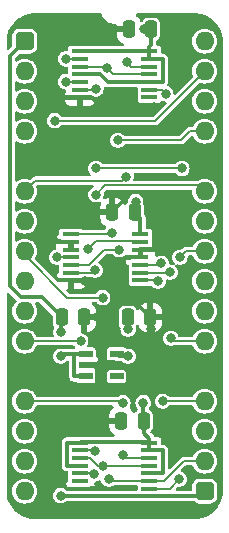
<source format=gtl>
%TF.GenerationSoftware,KiCad,Pcbnew,8.0.4*%
%TF.CreationDate,2024-08-14T09:10:18+02:00*%
%TF.ProjectId,Blank and Sync,426c616e-6b20-4616-9e64-2053796e632e,V0*%
%TF.SameCoordinates,PX6d01460PY32de760*%
%TF.FileFunction,Copper,L1,Top*%
%TF.FilePolarity,Positive*%
%FSLAX46Y46*%
G04 Gerber Fmt 4.6, Leading zero omitted, Abs format (unit mm)*
G04 Created by KiCad (PCBNEW 8.0.4) date 2024-08-14 09:10:18*
%MOMM*%
%LPD*%
G01*
G04 APERTURE LIST*
G04 Aperture macros list*
%AMRoundRect*
0 Rectangle with rounded corners*
0 $1 Rounding radius*
0 $2 $3 $4 $5 $6 $7 $8 $9 X,Y pos of 4 corners*
0 Add a 4 corners polygon primitive as box body*
4,1,4,$2,$3,$4,$5,$6,$7,$8,$9,$2,$3,0*
0 Add four circle primitives for the rounded corners*
1,1,$1+$1,$2,$3*
1,1,$1+$1,$4,$5*
1,1,$1+$1,$6,$7*
1,1,$1+$1,$8,$9*
0 Add four rect primitives between the rounded corners*
20,1,$1+$1,$2,$3,$4,$5,0*
20,1,$1+$1,$4,$5,$6,$7,0*
20,1,$1+$1,$6,$7,$8,$9,0*
20,1,$1+$1,$8,$9,$2,$3,0*%
G04 Aperture macros list end*
%TA.AperFunction,SMDPad,CuDef*%
%ADD10RoundRect,0.250000X-0.250000X-0.475000X0.250000X-0.475000X0.250000X0.475000X-0.250000X0.475000X0*%
%TD*%
%TA.AperFunction,SMDPad,CuDef*%
%ADD11RoundRect,0.250000X0.250000X0.475000X-0.250000X0.475000X-0.250000X-0.475000X0.250000X-0.475000X0*%
%TD*%
%TA.AperFunction,SMDPad,CuDef*%
%ADD12R,1.475000X0.450000*%
%TD*%
%TA.AperFunction,ComponentPad*%
%ADD13RoundRect,0.400000X-0.400000X-0.400000X0.400000X-0.400000X0.400000X0.400000X-0.400000X0.400000X0*%
%TD*%
%TA.AperFunction,ComponentPad*%
%ADD14O,1.600000X1.600000*%
%TD*%
%TA.AperFunction,ComponentPad*%
%ADD15R,1.600000X1.600000*%
%TD*%
%TA.AperFunction,SMDPad,CuDef*%
%ADD16R,1.150000X0.600000*%
%TD*%
%TA.AperFunction,ViaPad*%
%ADD17C,0.800000*%
%TD*%
%TA.AperFunction,Conductor*%
%ADD18C,0.380000*%
%TD*%
%TA.AperFunction,Conductor*%
%ADD19C,0.200000*%
%TD*%
G04 APERTURE END LIST*
D10*
%TO.P,C10,1*%
%TO.N,/3.3V*%
X8718000Y-23368000D03*
%TO.P,C10,2*%
%TO.N,/GND*%
X10618000Y-23368000D03*
%TD*%
D11*
%TO.P,C3,1*%
%TO.N,/3.3V*%
X10078000Y-32131000D03*
%TO.P,C3,2*%
%TO.N,/GND*%
X8178000Y-32131000D03*
%TD*%
D12*
%TO.P,IC1,1,~{1RD}*%
%TO.N,/3.3V*%
X4682000Y-844000D03*
%TO.P,IC1,2,1D*%
%TO.N,/~{Front Porch Start} _{CMP}*%
X4682000Y-1494000D03*
%TO.P,IC1,3,1CP*%
%TO.N,/CLK*%
X4682000Y-2144000D03*
%TO.P,IC1,4,~{1SD}*%
%TO.N,/3.3V*%
X4682000Y-2794000D03*
%TO.P,IC1,5,1Q*%
%TO.N,/~{Front Porch Start}*%
X4682000Y-3444000D03*
%TO.P,IC1,6,~{1Q}*%
%TO.N,/Last + 1*%
X4682000Y-4094000D03*
%TO.P,IC1,7,GND*%
%TO.N,/GND*%
X4682000Y-4744000D03*
%TO.P,IC1,8,~{2Q}*%
%TO.N,unconnected-(IC1-~{2Q}-Pad8)*%
X10558000Y-4744000D03*
%TO.P,IC1,9,2Q*%
%TO.N,/~{Sync Start}*%
X10558000Y-4094000D03*
%TO.P,IC1,10,~{2SD}*%
%TO.N,/3.3V*%
X10558000Y-3444000D03*
%TO.P,IC1,11,2CP*%
%TO.N,/CLK*%
X10558000Y-2794000D03*
%TO.P,IC1,12,2D*%
%TO.N,/~{Sync Start} _{CMP}*%
X10558000Y-2144000D03*
%TO.P,IC1,13,~{2RD}*%
%TO.N,/3.3V*%
X10558000Y-1494000D03*
%TO.P,IC1,14,3V*%
X10558000Y-844000D03*
%TD*%
D13*
%TO.P,J1,1,Pin_1*%
%TO.N,/5V*%
X0Y0D03*
D14*
%TO.P,J1,2,Pin_2*%
%TO.N,unconnected-(J1-Pin_2-Pad2)*%
X0Y-2540000D03*
%TO.P,J1,3,Pin_3*%
%TO.N,unconnected-(J1-Pin_3-Pad3)*%
X0Y-5080000D03*
%TO.P,J1,4,Pin_4*%
%TO.N,/~{Front Porch Start} _{CMP}*%
X0Y-7620000D03*
D15*
%TO.P,J1,5,Pin_5*%
%TO.N,/GND*%
X0Y-10160000D03*
D14*
%TO.P,J1,6,Pin_6*%
%TO.N,/~{Sync Start} _{CMP}*%
X0Y-12700000D03*
%TO.P,J1,7,Pin_7*%
%TO.N,unconnected-(J1-Pin_7-Pad7)*%
X0Y-15240000D03*
%TO.P,J1,8,Pin_8*%
%TO.N,/CLK*%
X0Y-17780000D03*
%TO.P,J1,9,Pin_9*%
%TO.N,unconnected-(J1-Pin_9-Pad9)*%
X0Y-20320000D03*
%TO.P,J1,10,Pin_10*%
%TO.N,unconnected-(J1-Pin_10-Pad10)*%
X0Y-22860000D03*
%TO.P,J1,11,Pin_11*%
%TO.N,/~{Back Porch Start} _{CMP}*%
X0Y-25400000D03*
D15*
%TO.P,J1,12,Pin_12*%
%TO.N,/GND*%
X0Y-27940000D03*
D14*
%TO.P,J1,13,Pin_13*%
%TO.N,/~{Back Porch End} _{CMP}*%
X0Y-30480000D03*
%TO.P,J1,14,Pin_14*%
%TO.N,unconnected-(J1-Pin_14-Pad14)*%
X0Y-33020000D03*
%TO.P,J1,15,Pin_15*%
%TO.N,unconnected-(J1-Pin_15-Pad15)*%
X0Y-35560000D03*
%TO.P,J1,16,Pin_16*%
%TO.N,unconnected-(J1-Pin_16-Pad16)*%
X0Y-38100000D03*
D13*
%TO.P,J1,17,Pin_17*%
%TO.N,/5V*%
X15240000Y-38100000D03*
D14*
%TO.P,J1,18,Pin_18*%
%TO.N,/~{Back Porch End}*%
X15240000Y-35560000D03*
%TO.P,J1,19,Pin_19*%
%TO.N,unconnected-(J1-Pin_19-Pad19)*%
X15240000Y-33020000D03*
%TO.P,J1,20,Pin_20*%
%TO.N,/~{Sync}*%
X15240000Y-30480000D03*
D15*
%TO.P,J1,21,Pin_21*%
%TO.N,/GND*%
X15240000Y-27940000D03*
D14*
%TO.P,J1,22,Pin_22*%
%TO.N,/Sync*%
X15240000Y-25400000D03*
%TO.P,J1,23,Pin_23*%
%TO.N,unconnected-(J1-Pin_23-Pad23)*%
X15240000Y-22860000D03*
%TO.P,J1,24,Pin_24*%
%TO.N,/Last + 1*%
X15240000Y-20320000D03*
%TO.P,J1,25,Pin_25*%
%TO.N,/First*%
X15240000Y-17780000D03*
%TO.P,J1,26,Pin_26*%
%TO.N,unconnected-(J1-Pin_26-Pad26)*%
X15240000Y-15240000D03*
%TO.P,J1,27,Pin_27*%
%TO.N,/~{Blank}*%
X15240000Y-12700000D03*
D15*
%TO.P,J1,28,Pin_28*%
%TO.N,/GND*%
X15240000Y-10160000D03*
D14*
%TO.P,J1,29,Pin_29*%
%TO.N,/Blank*%
X15240000Y-7620000D03*
%TO.P,J1,30,Pin_30*%
%TO.N,unconnected-(J1-Pin_30-Pad30)*%
X15240000Y-5080000D03*
%TO.P,J1,31,Pin_31*%
%TO.N,/~{Front Porch Start}*%
X15240000Y-2540000D03*
%TO.P,J1,32,Pin_32*%
%TO.N,unconnected-(J1-Pin_32-Pad32)*%
X15240000Y0D03*
%TD*%
D11*
%TO.P,C5,1*%
%TO.N,/3.3V*%
X10713000Y1016000D03*
%TO.P,C5,2*%
%TO.N,/GND*%
X8813000Y1016000D03*
%TD*%
D16*
%TO.P,IC4,1,6VIn*%
%TO.N,/5V*%
X5177000Y-26482000D03*
%TO.P,IC4,2,GND*%
%TO.N,/GND*%
X5177000Y-27432000D03*
%TO.P,IC4,3,EN*%
%TO.N,/5V*%
X5177000Y-28382000D03*
%TO.P,IC4,4,ADJ*%
%TO.N,unconnected-(IC4-ADJ-Pad4)*%
X7777000Y-28382000D03*
%TO.P,IC4,5,3.3VOut*%
%TO.N,/3.3V*%
X7777000Y-26482000D03*
%TD*%
D12*
%TO.P,IC3,1,~{1RD}*%
%TO.N,/~{Back Porch End}*%
X3920000Y-16338000D03*
%TO.P,IC3,2,1D*%
%TO.N,/GND*%
X3920000Y-16988000D03*
%TO.P,IC3,3,1CP*%
X3920000Y-17638000D03*
%TO.P,IC3,4,~{1SD}*%
%TO.N,/~{Front Porch Start}*%
X3920000Y-18288000D03*
%TO.P,IC3,5,1Q*%
%TO.N,/Blank*%
X3920000Y-18938000D03*
%TO.P,IC3,6,~{1Q}*%
%TO.N,/~{Blank}*%
X3920000Y-19588000D03*
%TO.P,IC3,7,GND*%
%TO.N,/GND*%
X3920000Y-20238000D03*
%TO.P,IC3,8,~{2Q}*%
%TO.N,/~{Sync}*%
X9796000Y-20238000D03*
%TO.P,IC3,9,2Q*%
%TO.N,/Sync*%
X9796000Y-19588000D03*
%TO.P,IC3,10,~{2SD}*%
%TO.N,/~{Sync Start}*%
X9796000Y-18938000D03*
%TO.P,IC3,11,2CP*%
%TO.N,/GND*%
X9796000Y-18288000D03*
%TO.P,IC3,12,2D*%
X9796000Y-17638000D03*
%TO.P,IC3,13,~{2RD}*%
%TO.N,/~{Back Porch Start}*%
X9796000Y-16988000D03*
%TO.P,IC3,14,3V*%
%TO.N,/3.3V*%
X9796000Y-16338000D03*
%TD*%
D11*
%TO.P,C4,1*%
%TO.N,/3.3V*%
X9316000Y-14478000D03*
%TO.P,C4,2*%
%TO.N,/GND*%
X7416000Y-14478000D03*
%TD*%
D12*
%TO.P,IC2,1,~{1RD}*%
%TO.N,/3.3V*%
X4682000Y-33991000D03*
%TO.P,IC2,2,1D*%
%TO.N,/~{Back Porch Start} _{CMP}*%
X4682000Y-34641000D03*
%TO.P,IC2,3,1CP*%
%TO.N,/CLK*%
X4682000Y-35291000D03*
%TO.P,IC2,4,~{1SD}*%
%TO.N,/3.3V*%
X4682000Y-35941000D03*
%TO.P,IC2,5,1Q*%
%TO.N,/~{Back Porch Start}*%
X4682000Y-36591000D03*
%TO.P,IC2,6,~{1Q}*%
%TO.N,unconnected-(IC2-~{1Q}-Pad6)*%
X4682000Y-37241000D03*
%TO.P,IC2,7,GND*%
%TO.N,/GND*%
X4682000Y-37891000D03*
%TO.P,IC2,8,~{2Q}*%
%TO.N,/First*%
X10558000Y-37891000D03*
%TO.P,IC2,9,2Q*%
%TO.N,/~{Back Porch End}*%
X10558000Y-37241000D03*
%TO.P,IC2,10,~{2SD}*%
%TO.N,/3.3V*%
X10558000Y-36591000D03*
%TO.P,IC2,11,2CP*%
%TO.N,/CLK*%
X10558000Y-35941000D03*
%TO.P,IC2,12,2D*%
%TO.N,/~{Back Porch End} _{CMP}*%
X10558000Y-35291000D03*
%TO.P,IC2,13,~{2RD}*%
%TO.N,/3.3V*%
X10558000Y-34641000D03*
%TO.P,IC2,14,3V*%
X10558000Y-33991000D03*
%TD*%
D10*
%TO.P,C8,1*%
%TO.N,/5V*%
X3130000Y-23368000D03*
%TO.P,C8,2*%
%TO.N,/GND*%
X5030000Y-23368000D03*
%TD*%
D17*
%TO.N,/5V*%
X3048002Y-24637998D03*
X3048000Y-38481000D03*
X3048000Y-26670000D03*
%TO.N,/GND*%
X6161000Y-23368000D03*
X6096000Y-32131000D03*
X10948479Y-5588000D03*
X5125000Y-20288036D03*
X10795000Y-13716000D03*
X10668000Y-27559000D03*
X11049000Y-9652000D03*
X10668000Y-24384000D03*
X6096000Y-29464000D03*
X6201000Y-27516123D03*
%TO.N,/3.3V*%
X9398000Y-13589000D03*
X10033000Y-30607000D03*
X8763000Y-24384000D03*
X8763000Y-26670008D03*
X10078030Y1016000D03*
%TO.N,/~{Front Porch Start} _{CMP}*%
X3457000Y-1494000D03*
%TO.N,/~{Front Porch Start}*%
X2695000Y-18287993D03*
X3457000Y-3429000D03*
X2540000Y-6731000D03*
%TO.N,/~{Sync Start}*%
X11938010Y-4445000D03*
X11557000Y-18796000D03*
%TO.N,/~{Sync Start} _{CMP}*%
X8636000Y-1778000D03*
X8593477Y-11475378D03*
%TO.N,/~{Back Porch Start} _{CMP}*%
X4745008Y-25400000D03*
X5965988Y-34727742D03*
%TO.N,/~{Back Porch Start}*%
X5905125Y-36659167D03*
X5383220Y-17575220D03*
%TO.N,/~{Back Porch End}*%
X7391514Y-16253000D03*
X7112000Y-37084000D03*
%TO.N,/~{Back Porch End} _{CMP}*%
X8320000Y-35052000D03*
X8320000Y-30607000D03*
%TO.N,/Blank*%
X7893511Y-8382000D03*
X8001000Y-17653000D03*
%TO.N,/~{Blank}*%
X5991514Y-19388483D03*
X6031006Y-12992091D03*
%TO.N,/~{Sync}*%
X11684000Y-30480000D03*
X11302997Y-20319997D03*
%TO.N,/Sync*%
X12381000Y-25146000D03*
X12319000Y-19558000D03*
%TO.N,/Last + 1*%
X13315379Y-10775379D03*
X6031006Y-4050692D03*
X6030992Y-10775378D03*
%TO.N,/First*%
X13081000Y-37084000D03*
X13143000Y-18288000D03*
%TO.N,/CLK*%
X6601000Y-35941000D03*
X6601000Y-21717000D03*
X6985000Y-2286000D03*
%TD*%
D18*
%TO.N,/5V*%
X4222000Y-28382000D02*
X4212000Y-28372000D01*
X-332915Y-21670000D02*
X-1270000Y-20732915D01*
X4212000Y-28372000D02*
X4212000Y-26492000D01*
X3130000Y-23368000D02*
X1432000Y-21670000D01*
X4222000Y-26482000D02*
X5177000Y-26482000D01*
X3048002Y-23449998D02*
X3048002Y-24637998D01*
X-1270000Y-1270000D02*
X0Y0D01*
X4212000Y-26492000D02*
X4222000Y-26482000D01*
X4212000Y-26492000D02*
X3226000Y-26492000D01*
X5177000Y-28382000D02*
X4222000Y-28382000D01*
X3073000Y-38506000D02*
X3048000Y-38481000D01*
X3226000Y-26492000D02*
X3048000Y-26670000D01*
X-1270000Y-20732915D02*
X-1270000Y-1270000D01*
X1432000Y-21670000D02*
X-332915Y-21670000D01*
X14834000Y-38506000D02*
X3073000Y-38506000D01*
%TO.N,/GND*%
X1905000Y-16610500D02*
X4037500Y-14478000D01*
X9070771Y-12799000D02*
X7416000Y-14453771D01*
X7087903Y-23368000D02*
X8202903Y-22253000D01*
X3589500Y-37891000D02*
X4682000Y-37891000D01*
X2667000Y-1143000D02*
X2667000Y-4517387D01*
X3920000Y-20238000D02*
X2827500Y-20238000D01*
X2891000Y-16988000D02*
X2513500Y-16610500D01*
X10795000Y-13716000D02*
X9878000Y-12799000D01*
X14224000Y-10160000D02*
X13716000Y-9652000D01*
X4595756Y-32131000D02*
X2974500Y-33752256D01*
X15240000Y-10160000D02*
X14224000Y-10160000D01*
X2827500Y-20238000D02*
X1905000Y-19315500D01*
X2667000Y-4517387D02*
X2893613Y-4744000D01*
X3920000Y-16988000D02*
X2891000Y-16988000D01*
X10923500Y-17628000D02*
X10923500Y-13844500D01*
X6142000Y-29164000D02*
X6142000Y-27575123D01*
X5074964Y-20238000D02*
X5125000Y-20288036D01*
X6142000Y-27575123D02*
X6201000Y-27516123D01*
X2974500Y-37276000D02*
X3589500Y-37891000D01*
X8202903Y-22253000D02*
X9503000Y-22253000D01*
X5030000Y-23368000D02*
X6161000Y-23368000D01*
X6096000Y-29210000D02*
X6142000Y-29164000D01*
X4037500Y-14478000D02*
X7416000Y-14478000D01*
X9796000Y-17638000D02*
X10913500Y-17638000D01*
X8678500Y-18288000D02*
X6678464Y-20288036D01*
X11049000Y-27940000D02*
X15240000Y-27940000D01*
X0Y-27940000D02*
X1270000Y-27940000D01*
X2513500Y-16610500D02*
X1905000Y-16610500D01*
X1905000Y-19315500D02*
X1905000Y-16610500D01*
X9796000Y-18288000D02*
X8678500Y-18288000D01*
X1905000Y-10160000D02*
X0Y-10160000D01*
X2893613Y-4744000D02*
X4682000Y-4744000D01*
X10923500Y-13844500D02*
X10795000Y-13716000D01*
X13716000Y-9652000D02*
X11049000Y-9652000D01*
X1270000Y-27940000D02*
X2794000Y-29464000D01*
X6477000Y-5588000D02*
X10948479Y-5588000D01*
X8813000Y1016000D02*
X4826000Y1016000D01*
X6161000Y-23368000D02*
X7087903Y-23368000D01*
X9878000Y-12799000D02*
X9070771Y-12799000D01*
X4682000Y-4744000D02*
X5633000Y-4744000D01*
X9796000Y-17638000D02*
X9796000Y-18288000D01*
X5261123Y-27516123D02*
X6201000Y-27516123D01*
X9503000Y-22253000D02*
X10618000Y-23368000D01*
X10618000Y-23368000D02*
X10618000Y-24334000D01*
X6096000Y-29464000D02*
X6096000Y-29210000D01*
X10618000Y-24334000D02*
X10668000Y-24384000D01*
X3920000Y-16988000D02*
X3920000Y-17638000D01*
X3920000Y-20238000D02*
X5074964Y-20238000D01*
X6096000Y-32131000D02*
X4595756Y-32131000D01*
X5842000Y-29464000D02*
X6096000Y-29464000D01*
X2974500Y-33752256D02*
X2974500Y-37276000D01*
X2794000Y-29464000D02*
X5842000Y-29464000D01*
X11049000Y-9652000D02*
X2413000Y-9652000D01*
X4826000Y1016000D02*
X2667000Y-1143000D01*
X10913500Y-17638000D02*
X10923500Y-17628000D01*
X5633000Y-4744000D02*
X6477000Y-5588000D01*
X10668000Y-27559000D02*
X6243877Y-27559000D01*
X6678464Y-20288036D02*
X5125000Y-20288036D01*
X2413000Y-9652000D02*
X1905000Y-10160000D01*
X10668000Y-27559000D02*
X11049000Y-27940000D01*
X6243877Y-27559000D02*
X6201000Y-27516123D01*
X8178000Y-32131000D02*
X6096000Y-32131000D01*
%TO.N,/3.3V*%
X9398000Y-14396000D02*
X9398000Y-13589000D01*
X11685500Y-36581000D02*
X11675500Y-36591000D01*
X3554500Y-35931000D02*
X3564500Y-35941000D01*
X11685500Y-1504000D02*
X11675500Y-1494000D01*
X11685500Y-34651000D02*
X11685500Y-36581000D01*
X11675500Y-34641000D02*
X11685500Y-34651000D01*
X9796000Y-16338000D02*
X9796000Y-14958000D01*
X10713000Y1016000D02*
X10713000Y-339000D01*
X10558000Y-3444000D02*
X11675500Y-3444000D01*
X10558000Y-33641000D02*
X10558000Y-33991000D01*
X6375771Y-2794000D02*
X7025771Y-3444000D01*
X11675500Y-36591000D02*
X10558000Y-36591000D01*
X10713000Y-339000D02*
X10558000Y-494000D01*
X10504742Y-33937742D02*
X4735258Y-33937742D01*
X4735258Y-33937742D02*
X4682000Y-33991000D01*
X11675500Y-3444000D02*
X11685500Y-3434000D01*
X10558000Y-844000D02*
X4682000Y-844000D01*
X10558000Y-33991000D02*
X10504742Y-33937742D01*
X4682000Y-2794000D02*
X6375771Y-2794000D01*
X11685500Y-3434000D02*
X11685500Y-1504000D01*
X4682000Y-33991000D02*
X3556000Y-33991000D01*
X10078000Y-32131000D02*
X10078000Y-33161000D01*
X10558000Y-494000D02*
X10558000Y-844000D01*
X3564500Y-35941000D02*
X4682000Y-35941000D01*
X10078000Y-33161000D02*
X10558000Y-33641000D01*
X10033000Y-30607000D02*
X10033000Y-32086000D01*
X7965008Y-26670008D02*
X8763000Y-26670008D01*
X11675500Y-1494000D02*
X10558000Y-1494000D01*
X10558000Y-844000D02*
X10558000Y-1494000D01*
X7777000Y-26482000D02*
X7965008Y-26670008D01*
X8718000Y-24339000D02*
X8763000Y-24384000D01*
X10558000Y-34641000D02*
X10558000Y-33991000D01*
X3554500Y-33992500D02*
X3554500Y-35931000D01*
X9796000Y-14958000D02*
X9316000Y-14478000D01*
X8718000Y-23368000D02*
X8718000Y-24339000D01*
X3556000Y-33991000D02*
X3554500Y-33992500D01*
X10713000Y1016000D02*
X10078030Y1016000D01*
X10558000Y-34641000D02*
X11675500Y-34641000D01*
X7025771Y-3444000D02*
X10558000Y-3444000D01*
D19*
%TO.N,/~{Front Porch Start} _{CMP}*%
X4682000Y-1494000D02*
X3457000Y-1494000D01*
%TO.N,/~{Front Porch Start}*%
X3472000Y-3444000D02*
X3457000Y-3429000D01*
X11049000Y-6731000D02*
X15240000Y-2540000D01*
X2695007Y-18288000D02*
X2695000Y-18287993D01*
X2540000Y-6731000D02*
X11049000Y-6731000D01*
X3920000Y-18288000D02*
X2695007Y-18288000D01*
X4682000Y-3444000D02*
X3472000Y-3444000D01*
%TO.N,/~{Sync Start}*%
X11415000Y-18938000D02*
X11557000Y-18796000D01*
X11587010Y-4094000D02*
X11938010Y-4445000D01*
X10558000Y-4094000D02*
X11587010Y-4094000D01*
X9796000Y-18938000D02*
X11415000Y-18938000D01*
%TO.N,/~{Sync Start} _{CMP}*%
X904958Y-11795042D02*
X8273813Y-11795042D01*
X0Y-12700000D02*
X904958Y-11795042D01*
X8273813Y-11795042D02*
X8593477Y-11475378D01*
X9002000Y-2144000D02*
X8636000Y-1778000D01*
X10558000Y-2144000D02*
X9002000Y-2144000D01*
%TO.N,/~{Back Porch Start} _{CMP}*%
X0Y-25400000D02*
X4745008Y-25400000D01*
X4682000Y-34641000D02*
X5879246Y-34641000D01*
X5879246Y-34641000D02*
X5965988Y-34727742D01*
%TO.N,/~{Back Porch Start}*%
X6005440Y-16953000D02*
X5383220Y-17575220D01*
X5836958Y-36591000D02*
X5905125Y-36659167D01*
X4682000Y-36591000D02*
X5836958Y-36591000D01*
X9761000Y-16953000D02*
X6005440Y-16953000D01*
%TO.N,/~{Back Porch End}*%
X13462000Y-35560000D02*
X15240000Y-35560000D01*
X10558000Y-37241000D02*
X11781000Y-37241000D01*
X7306514Y-16338000D02*
X7391514Y-16253000D01*
X11781000Y-37241000D02*
X13462000Y-35560000D01*
X7269000Y-37241000D02*
X7112000Y-37084000D01*
X3920000Y-16338000D02*
X7306514Y-16338000D01*
X10558000Y-37241000D02*
X7269000Y-37241000D01*
%TO.N,/~{Back Porch End} _{CMP}*%
X8559000Y-35291000D02*
X8320000Y-35052000D01*
X0Y-30480000D02*
X8193000Y-30480000D01*
X10558000Y-35291000D02*
X8559000Y-35291000D01*
X8193000Y-30480000D02*
X8320000Y-30607000D01*
%TO.N,/Blank*%
X13970000Y-7620000D02*
X13208000Y-8382000D01*
X5452047Y-18938000D02*
X6737047Y-17653000D01*
X6737047Y-17653000D02*
X8001000Y-17653000D01*
X13208000Y-8382000D02*
X7893511Y-8382000D01*
X15240000Y-7620000D02*
X13970000Y-7620000D01*
X3920000Y-18938000D02*
X5452047Y-18938000D01*
%TO.N,/~{Blank}*%
X14750000Y-12210000D02*
X6813097Y-12210000D01*
X6813097Y-12210000D02*
X6031006Y-12992091D01*
X5791997Y-19588000D02*
X5991514Y-19388483D01*
X3920000Y-19588000D02*
X5791997Y-19588000D01*
%TO.N,/~{Sync}*%
X11221000Y-20238000D02*
X11302997Y-20319997D01*
X11684000Y-30480000D02*
X15240000Y-30480000D01*
X9796000Y-20238000D02*
X11221000Y-20238000D01*
%TO.N,/Sync*%
X15240000Y-25400000D02*
X12635000Y-25400000D01*
X12635000Y-25400000D02*
X12381000Y-25146000D01*
X12289000Y-19588000D02*
X12319000Y-19558000D01*
X9796000Y-19588000D02*
X12289000Y-19588000D01*
%TO.N,/Last + 1*%
X6030992Y-10775378D02*
X13315378Y-10775378D01*
X5987698Y-4094000D02*
X6031006Y-4050692D01*
X13315378Y-10775378D02*
X13315379Y-10775379D01*
X4682000Y-4094000D02*
X5987698Y-4094000D01*
%TO.N,/First*%
X15240000Y-17780000D02*
X13651000Y-17780000D01*
X10558000Y-37891000D02*
X12274000Y-37891000D01*
X12274000Y-37891000D02*
X13081000Y-37084000D01*
X13651000Y-17780000D02*
X13143000Y-18288000D01*
%TO.N,/CLK*%
X3613535Y-21717000D02*
X6601000Y-21717000D01*
X0Y-18103465D02*
X3613535Y-21717000D01*
X7493000Y-2794000D02*
X6985000Y-2286000D01*
X6843000Y-2144000D02*
X6985000Y-2286000D01*
X4682000Y-35291000D02*
X5524794Y-35291000D01*
X10558000Y-2794000D02*
X7493000Y-2794000D01*
X10558000Y-35941000D02*
X6601000Y-35941000D01*
X4682000Y-2144000D02*
X6843000Y-2144000D01*
X5524794Y-35291000D02*
X6174794Y-35941000D01*
X6174794Y-35941000D02*
X6601000Y-35941000D01*
%TD*%
%TA.AperFunction,Conductor*%
%TO.N,/GND*%
G36*
X14348938Y2363257D02*
G01*
X14349201Y2363233D01*
X14360100Y2363233D01*
X14400525Y2363233D01*
X14408010Y2363007D01*
X14681647Y2346459D01*
X14696505Y2344655D01*
X14962460Y2295920D01*
X14976981Y2292341D01*
X15235136Y2211899D01*
X15249133Y2206590D01*
X15495692Y2095627D01*
X15508951Y2088668D01*
X15740336Y1948793D01*
X15752659Y1940287D01*
X15965490Y1773547D01*
X15976699Y1763618D01*
X16167894Y1572426D01*
X16177823Y1561218D01*
X16344568Y1348386D01*
X16353075Y1336062D01*
X16492955Y1104674D01*
X16499913Y1091416D01*
X16610881Y844860D01*
X16616191Y830858D01*
X16696627Y572730D01*
X16700211Y558192D01*
X16748949Y292238D01*
X16750754Y277373D01*
X16767273Y4301D01*
X16767499Y-3186D01*
X16767500Y-38055830D01*
X16767500Y-38096249D01*
X16767274Y-38103737D01*
X16750721Y-38377369D01*
X16748916Y-38392232D01*
X16700180Y-38658178D01*
X16696596Y-38672718D01*
X16616158Y-38930851D01*
X16610848Y-38944852D01*
X16499885Y-39191399D01*
X16492927Y-39204657D01*
X16353050Y-39436039D01*
X16344543Y-39448363D01*
X16177799Y-39661194D01*
X16167870Y-39672402D01*
X15976682Y-39863588D01*
X15965474Y-39873517D01*
X15752637Y-40040262D01*
X15740313Y-40048768D01*
X15508937Y-40188637D01*
X15495678Y-40195596D01*
X15249125Y-40306557D01*
X15235124Y-40311867D01*
X14976982Y-40392305D01*
X14962443Y-40395888D01*
X14696505Y-40444620D01*
X14681641Y-40446425D01*
X14433129Y-40461454D01*
X14407477Y-40463006D01*
X14399994Y-40463232D01*
X13716000Y-40463232D01*
X13716000Y-38946500D01*
X14315192Y-38946500D01*
X14382231Y-38966185D01*
X14402874Y-38982820D01*
X14438129Y-39018076D01*
X14438133Y-39018079D01*
X14438135Y-39018081D01*
X14579602Y-39101744D01*
X14621224Y-39113836D01*
X14737426Y-39147597D01*
X14737429Y-39147597D01*
X14737431Y-39147598D01*
X14774306Y-39150500D01*
X14774314Y-39150500D01*
X15705686Y-39150500D01*
X15705694Y-39150500D01*
X15742569Y-39147598D01*
X15742571Y-39147597D01*
X15742573Y-39147597D01*
X15784191Y-39135505D01*
X15900398Y-39101744D01*
X16041865Y-39018081D01*
X16158081Y-38901865D01*
X16241744Y-38760398D01*
X16287598Y-38602569D01*
X16290500Y-38565694D01*
X16290500Y-37634306D01*
X16287598Y-37597431D01*
X16278935Y-37567614D01*
X16241745Y-37439606D01*
X16241744Y-37439603D01*
X16241744Y-37439602D01*
X16158081Y-37298135D01*
X16158079Y-37298133D01*
X16158076Y-37298129D01*
X16041870Y-37181923D01*
X16041862Y-37181917D01*
X15900396Y-37098255D01*
X15900393Y-37098254D01*
X15742573Y-37052402D01*
X15742567Y-37052401D01*
X15705701Y-37049500D01*
X15705694Y-37049500D01*
X14774306Y-37049500D01*
X14774298Y-37049500D01*
X14737432Y-37052401D01*
X14737426Y-37052402D01*
X14579606Y-37098254D01*
X14579603Y-37098255D01*
X14438137Y-37181917D01*
X14438129Y-37181923D01*
X14321923Y-37298129D01*
X14321917Y-37298137D01*
X14238255Y-37439603D01*
X14238254Y-37439606D01*
X14192402Y-37597426D01*
X14192401Y-37597432D01*
X14189500Y-37634298D01*
X14189500Y-37941500D01*
X14169815Y-38008539D01*
X14117011Y-38054294D01*
X14065500Y-38065500D01*
X13716000Y-38065500D01*
X13716000Y-37244079D01*
X13717237Y-37240818D01*
X13736278Y-37084000D01*
X13736278Y-37083999D01*
X13717237Y-36927181D01*
X13716000Y-36923919D01*
X13716000Y-35910500D01*
X14161873Y-35910500D01*
X14228912Y-35930185D01*
X14271231Y-35976046D01*
X14362315Y-36146450D01*
X14362317Y-36146452D01*
X14493589Y-36306410D01*
X14590209Y-36385702D01*
X14653550Y-36437685D01*
X14836046Y-36535232D01*
X15034066Y-36595300D01*
X15034065Y-36595300D01*
X15052529Y-36597118D01*
X15240000Y-36615583D01*
X15445934Y-36595300D01*
X15643954Y-36535232D01*
X15826450Y-36437685D01*
X15986410Y-36306410D01*
X16117685Y-36146450D01*
X16215232Y-35963954D01*
X16275300Y-35765934D01*
X16295583Y-35560000D01*
X16275300Y-35354066D01*
X16215232Y-35156046D01*
X16117685Y-34973550D01*
X16065702Y-34910209D01*
X15986410Y-34813589D01*
X15826452Y-34682317D01*
X15826453Y-34682317D01*
X15826450Y-34682315D01*
X15643954Y-34584768D01*
X15445934Y-34524700D01*
X15445932Y-34524699D01*
X15445934Y-34524699D01*
X15240000Y-34504417D01*
X15034067Y-34524699D01*
X14836043Y-34584769D01*
X14725898Y-34643643D01*
X14653550Y-34682315D01*
X14653548Y-34682316D01*
X14653547Y-34682317D01*
X14493589Y-34813589D01*
X14362317Y-34973547D01*
X14271231Y-35143954D01*
X14222268Y-35193798D01*
X14161873Y-35209500D01*
X13716000Y-35209500D01*
X13716000Y-33020000D01*
X14184417Y-33020000D01*
X14204699Y-33225932D01*
X14204700Y-33225934D01*
X14264768Y-33423954D01*
X14362315Y-33606450D01*
X14362317Y-33606452D01*
X14493589Y-33766410D01*
X14590209Y-33845702D01*
X14653550Y-33897685D01*
X14836046Y-33995232D01*
X15034066Y-34055300D01*
X15034065Y-34055300D01*
X15052529Y-34057118D01*
X15240000Y-34075583D01*
X15445934Y-34055300D01*
X15643954Y-33995232D01*
X15826450Y-33897685D01*
X15986410Y-33766410D01*
X16117685Y-33606450D01*
X16215232Y-33423954D01*
X16275300Y-33225934D01*
X16295583Y-33020000D01*
X16275300Y-32814066D01*
X16215232Y-32616046D01*
X16117685Y-32433550D01*
X16065702Y-32370209D01*
X15986410Y-32273589D01*
X15826452Y-32142317D01*
X15826453Y-32142317D01*
X15826450Y-32142315D01*
X15643954Y-32044768D01*
X15445934Y-31984700D01*
X15445932Y-31984699D01*
X15445934Y-31984699D01*
X15240000Y-31964417D01*
X15034067Y-31984699D01*
X14836043Y-32044769D01*
X14725898Y-32103643D01*
X14653550Y-32142315D01*
X14653548Y-32142316D01*
X14653547Y-32142317D01*
X14493589Y-32273589D01*
X14362317Y-32433547D01*
X14264769Y-32616043D01*
X14204699Y-32814067D01*
X14184417Y-33020000D01*
X13716000Y-33020000D01*
X13716000Y-30830500D01*
X14161873Y-30830500D01*
X14228912Y-30850185D01*
X14271231Y-30896046D01*
X14362315Y-31066450D01*
X14362317Y-31066452D01*
X14493589Y-31226410D01*
X14590209Y-31305702D01*
X14653550Y-31357685D01*
X14836046Y-31455232D01*
X15034066Y-31515300D01*
X15034065Y-31515300D01*
X15052529Y-31517118D01*
X15240000Y-31535583D01*
X15445934Y-31515300D01*
X15643954Y-31455232D01*
X15826450Y-31357685D01*
X15986410Y-31226410D01*
X16117685Y-31066450D01*
X16215232Y-30883954D01*
X16275300Y-30685934D01*
X16295583Y-30480000D01*
X16275300Y-30274066D01*
X16215232Y-30076046D01*
X16117685Y-29893550D01*
X16065702Y-29830209D01*
X15986410Y-29733589D01*
X15826452Y-29602317D01*
X15826453Y-29602317D01*
X15826450Y-29602315D01*
X15643954Y-29504768D01*
X15445934Y-29444700D01*
X15445932Y-29444699D01*
X15445934Y-29444699D01*
X15240000Y-29424417D01*
X15034067Y-29444699D01*
X14836043Y-29504769D01*
X14725898Y-29563643D01*
X14653550Y-29602315D01*
X14653548Y-29602316D01*
X14653547Y-29602317D01*
X14493589Y-29733589D01*
X14362317Y-29893547D01*
X14271231Y-30063954D01*
X14222268Y-30113798D01*
X14161873Y-30129500D01*
X13716000Y-30129500D01*
X13716000Y-25750500D01*
X14161873Y-25750500D01*
X14228912Y-25770185D01*
X14271231Y-25816046D01*
X14362315Y-25986450D01*
X14362317Y-25986452D01*
X14493589Y-26146410D01*
X14590209Y-26225702D01*
X14653550Y-26277685D01*
X14836046Y-26375232D01*
X15034066Y-26435300D01*
X15034065Y-26435300D01*
X15052529Y-26437118D01*
X15240000Y-26455583D01*
X15445934Y-26435300D01*
X15643954Y-26375232D01*
X15826450Y-26277685D01*
X15986410Y-26146410D01*
X16117685Y-25986450D01*
X16215232Y-25803954D01*
X16275300Y-25605934D01*
X16295583Y-25400000D01*
X16275300Y-25194066D01*
X16215232Y-24996046D01*
X16117685Y-24813550D01*
X16065702Y-24750209D01*
X15986410Y-24653589D01*
X15826452Y-24522317D01*
X15826453Y-24522317D01*
X15826450Y-24522315D01*
X15643954Y-24424768D01*
X15445934Y-24364700D01*
X15445932Y-24364699D01*
X15445934Y-24364699D01*
X15240000Y-24344417D01*
X15034067Y-24364699D01*
X14836043Y-24424769D01*
X14725898Y-24483643D01*
X14653550Y-24522315D01*
X14653548Y-24522316D01*
X14653547Y-24522317D01*
X14493589Y-24653589D01*
X14362317Y-24813547D01*
X14271231Y-24983954D01*
X14222268Y-25033798D01*
X14161873Y-25049500D01*
X13716000Y-25049500D01*
X13716000Y-22860000D01*
X14184417Y-22860000D01*
X14204699Y-23065932D01*
X14204700Y-23065934D01*
X14264768Y-23263954D01*
X14362315Y-23446450D01*
X14362317Y-23446452D01*
X14493589Y-23606410D01*
X14590209Y-23685702D01*
X14653550Y-23737685D01*
X14836046Y-23835232D01*
X15034066Y-23895300D01*
X15034065Y-23895300D01*
X15052529Y-23897118D01*
X15240000Y-23915583D01*
X15445934Y-23895300D01*
X15643954Y-23835232D01*
X15826450Y-23737685D01*
X15986410Y-23606410D01*
X16117685Y-23446450D01*
X16215232Y-23263954D01*
X16275300Y-23065934D01*
X16295583Y-22860000D01*
X16275300Y-22654066D01*
X16215232Y-22456046D01*
X16117685Y-22273550D01*
X16065702Y-22210209D01*
X15986410Y-22113589D01*
X15826452Y-21982317D01*
X15826453Y-21982317D01*
X15826450Y-21982315D01*
X15643954Y-21884768D01*
X15445934Y-21824700D01*
X15445932Y-21824699D01*
X15445934Y-21824699D01*
X15240000Y-21804417D01*
X15034067Y-21824699D01*
X14836043Y-21884769D01*
X14725898Y-21943643D01*
X14653550Y-21982315D01*
X14653548Y-21982316D01*
X14653547Y-21982317D01*
X14493589Y-22113589D01*
X14362317Y-22273547D01*
X14264769Y-22456043D01*
X14204699Y-22654067D01*
X14184417Y-22860000D01*
X13716000Y-22860000D01*
X13716000Y-20320000D01*
X14184417Y-20320000D01*
X14204699Y-20525932D01*
X14204700Y-20525934D01*
X14264768Y-20723954D01*
X14362315Y-20906450D01*
X14362317Y-20906452D01*
X14493589Y-21066410D01*
X14590209Y-21145702D01*
X14653550Y-21197685D01*
X14836046Y-21295232D01*
X15034066Y-21355300D01*
X15034065Y-21355300D01*
X15052529Y-21357118D01*
X15240000Y-21375583D01*
X15445934Y-21355300D01*
X15643954Y-21295232D01*
X15826450Y-21197685D01*
X15986410Y-21066410D01*
X16117685Y-20906450D01*
X16215232Y-20723954D01*
X16275300Y-20525934D01*
X16295583Y-20320000D01*
X16275300Y-20114066D01*
X16215232Y-19916046D01*
X16117685Y-19733550D01*
X16065702Y-19670209D01*
X15986410Y-19573589D01*
X15826452Y-19442317D01*
X15826453Y-19442317D01*
X15826450Y-19442315D01*
X15643954Y-19344768D01*
X15445934Y-19284700D01*
X15445932Y-19284699D01*
X15445934Y-19284699D01*
X15240000Y-19264417D01*
X15034067Y-19284699D01*
X14836043Y-19344769D01*
X14725898Y-19403643D01*
X14653550Y-19442315D01*
X14653548Y-19442316D01*
X14653547Y-19442317D01*
X14493589Y-19573589D01*
X14362317Y-19733547D01*
X14264769Y-19916043D01*
X14204699Y-20114067D01*
X14184417Y-20320000D01*
X13716000Y-20320000D01*
X13716000Y-18602983D01*
X13723220Y-18592523D01*
X13779237Y-18444818D01*
X13798278Y-18288000D01*
X13796025Y-18269446D01*
X13807485Y-18200524D01*
X13854389Y-18148737D01*
X13919121Y-18130500D01*
X14161873Y-18130500D01*
X14228912Y-18150185D01*
X14271231Y-18196046D01*
X14362315Y-18366450D01*
X14362317Y-18366452D01*
X14493589Y-18526410D01*
X14586893Y-18602981D01*
X14653550Y-18657685D01*
X14836046Y-18755232D01*
X15034066Y-18815300D01*
X15034065Y-18815300D01*
X15052529Y-18817118D01*
X15240000Y-18835583D01*
X15445934Y-18815300D01*
X15643954Y-18755232D01*
X15826450Y-18657685D01*
X15986410Y-18526410D01*
X16117685Y-18366450D01*
X16215232Y-18183954D01*
X16275300Y-17985934D01*
X16295583Y-17780000D01*
X16275300Y-17574066D01*
X16215232Y-17376046D01*
X16117685Y-17193550D01*
X16065702Y-17130209D01*
X15986410Y-17033589D01*
X15826452Y-16902317D01*
X15826453Y-16902317D01*
X15826450Y-16902315D01*
X15643954Y-16804768D01*
X15445934Y-16744700D01*
X15445932Y-16744699D01*
X15445934Y-16744699D01*
X15240000Y-16724417D01*
X15034067Y-16744699D01*
X14836043Y-16804769D01*
X14725898Y-16863643D01*
X14653550Y-16902315D01*
X14653548Y-16902316D01*
X14653547Y-16902317D01*
X14493589Y-17033589D01*
X14362317Y-17193547D01*
X14271231Y-17363954D01*
X14222268Y-17413798D01*
X14161873Y-17429500D01*
X13716000Y-17429500D01*
X13716000Y-15240000D01*
X14184417Y-15240000D01*
X14204699Y-15445932D01*
X14204700Y-15445934D01*
X14264768Y-15643954D01*
X14362315Y-15826450D01*
X14362317Y-15826452D01*
X14493589Y-15986410D01*
X14590209Y-16065702D01*
X14653550Y-16117685D01*
X14836046Y-16215232D01*
X15034066Y-16275300D01*
X15034065Y-16275300D01*
X15052529Y-16277118D01*
X15240000Y-16295583D01*
X15445934Y-16275300D01*
X15643954Y-16215232D01*
X15826450Y-16117685D01*
X15986410Y-15986410D01*
X16117685Y-15826450D01*
X16215232Y-15643954D01*
X16275300Y-15445934D01*
X16295583Y-15240000D01*
X16275300Y-15034066D01*
X16215232Y-14836046D01*
X16117685Y-14653550D01*
X16065702Y-14590209D01*
X15986410Y-14493589D01*
X15826452Y-14362317D01*
X15826453Y-14362317D01*
X15826450Y-14362315D01*
X15643954Y-14264768D01*
X15445934Y-14204700D01*
X15445932Y-14204699D01*
X15445934Y-14204699D01*
X15240000Y-14184417D01*
X15034067Y-14204699D01*
X14836043Y-14264769D01*
X14725898Y-14323643D01*
X14653550Y-14362315D01*
X14653548Y-14362316D01*
X14653547Y-14362317D01*
X14493589Y-14493589D01*
X14362317Y-14653547D01*
X14264769Y-14836043D01*
X14204699Y-15034067D01*
X14184417Y-15240000D01*
X13716000Y-15240000D01*
X13716000Y-12560500D01*
X14061344Y-12560500D01*
X14128383Y-12580185D01*
X14174138Y-12632989D01*
X14184288Y-12693908D01*
X14184417Y-12693908D01*
X14184417Y-12694684D01*
X14184746Y-12696659D01*
X14184417Y-12699997D01*
X14184417Y-12699999D01*
X14204699Y-12905932D01*
X14204700Y-12905934D01*
X14264768Y-13103954D01*
X14362315Y-13286450D01*
X14362317Y-13286452D01*
X14493589Y-13446410D01*
X14590209Y-13525702D01*
X14653550Y-13577685D01*
X14836046Y-13675232D01*
X15034066Y-13735300D01*
X15034065Y-13735300D01*
X15052529Y-13737118D01*
X15240000Y-13755583D01*
X15445934Y-13735300D01*
X15643954Y-13675232D01*
X15826450Y-13577685D01*
X15986410Y-13446410D01*
X16117685Y-13286450D01*
X16215232Y-13103954D01*
X16275300Y-12905934D01*
X16295583Y-12700000D01*
X16275300Y-12494066D01*
X16215232Y-12296046D01*
X16117685Y-12113550D01*
X16065702Y-12050209D01*
X15986410Y-11953589D01*
X15868677Y-11856969D01*
X15826450Y-11822315D01*
X15643954Y-11724768D01*
X15445934Y-11664700D01*
X15445932Y-11664699D01*
X15445934Y-11664699D01*
X15240000Y-11644417D01*
X15034067Y-11664699D01*
X14836043Y-11724769D01*
X14653546Y-11822317D01*
X14642538Y-11831352D01*
X14578228Y-11858666D01*
X14563872Y-11859500D01*
X13716000Y-11859500D01*
X13716000Y-11289518D01*
X13805862Y-11209909D01*
X13895599Y-11079902D01*
X13951616Y-10932197D01*
X13970657Y-10775379D01*
X13951616Y-10618561D01*
X13895599Y-10470856D01*
X13805862Y-10340849D01*
X13716000Y-10261239D01*
X13716000Y-8369682D01*
X14075821Y-8009860D01*
X14137142Y-7976377D01*
X14206833Y-7981361D01*
X14262767Y-8023232D01*
X14272857Y-8039087D01*
X14362315Y-8206450D01*
X14362317Y-8206452D01*
X14493589Y-8366410D01*
X14590209Y-8445702D01*
X14653550Y-8497685D01*
X14836046Y-8595232D01*
X15034066Y-8655300D01*
X15034065Y-8655300D01*
X15052529Y-8657118D01*
X15240000Y-8675583D01*
X15445934Y-8655300D01*
X15643954Y-8595232D01*
X15826450Y-8497685D01*
X15986410Y-8366410D01*
X16117685Y-8206450D01*
X16215232Y-8023954D01*
X16275300Y-7825934D01*
X16295583Y-7620000D01*
X16275300Y-7414066D01*
X16215232Y-7216046D01*
X16117685Y-7033550D01*
X16046009Y-6946212D01*
X15986410Y-6873589D01*
X15826452Y-6742317D01*
X15826453Y-6742317D01*
X15826450Y-6742315D01*
X15643954Y-6644768D01*
X15445934Y-6584700D01*
X15445932Y-6584699D01*
X15445934Y-6584699D01*
X15240000Y-6564417D01*
X15034067Y-6584699D01*
X14836043Y-6644769D01*
X14761047Y-6684856D01*
X14653550Y-6742315D01*
X14653548Y-6742316D01*
X14653547Y-6742317D01*
X14493589Y-6873589D01*
X14380435Y-7011470D01*
X14362315Y-7033550D01*
X14336686Y-7081499D01*
X14271231Y-7203954D01*
X14222268Y-7253798D01*
X14161873Y-7269500D01*
X13923856Y-7269500D01*
X13834712Y-7293386D01*
X13834709Y-7293387D01*
X13754791Y-7339527D01*
X13754786Y-7339531D01*
X13716000Y-7378317D01*
X13716000Y-5080000D01*
X14184417Y-5080000D01*
X14204699Y-5285932D01*
X14204700Y-5285934D01*
X14264768Y-5483954D01*
X14362315Y-5666450D01*
X14362317Y-5666452D01*
X14493589Y-5826410D01*
X14590209Y-5905702D01*
X14653550Y-5957685D01*
X14836046Y-6055232D01*
X15034066Y-6115300D01*
X15034065Y-6115300D01*
X15052529Y-6117118D01*
X15240000Y-6135583D01*
X15445934Y-6115300D01*
X15643954Y-6055232D01*
X15826450Y-5957685D01*
X15986410Y-5826410D01*
X16117685Y-5666450D01*
X16215232Y-5483954D01*
X16275300Y-5285934D01*
X16295583Y-5080000D01*
X16275300Y-4874066D01*
X16215232Y-4676046D01*
X16117685Y-4493550D01*
X16065702Y-4430209D01*
X15986410Y-4333589D01*
X15826452Y-4202317D01*
X15826453Y-4202317D01*
X15826450Y-4202315D01*
X15643954Y-4104768D01*
X15445934Y-4044700D01*
X15445932Y-4044699D01*
X15445934Y-4044699D01*
X15240000Y-4024417D01*
X15034067Y-4044699D01*
X14836043Y-4104769D01*
X14725898Y-4163643D01*
X14653550Y-4202315D01*
X14653548Y-4202316D01*
X14653547Y-4202317D01*
X14493589Y-4333589D01*
X14362317Y-4493547D01*
X14362315Y-4493550D01*
X14323643Y-4565898D01*
X14264769Y-4676043D01*
X14204699Y-4874067D01*
X14184417Y-5080000D01*
X13716000Y-5080000D01*
X13716000Y-4559681D01*
X14725491Y-3550189D01*
X14786812Y-3516706D01*
X14849162Y-3519210D01*
X15034066Y-3575300D01*
X15034065Y-3575300D01*
X15052529Y-3577118D01*
X15240000Y-3595583D01*
X15445934Y-3575300D01*
X15643954Y-3515232D01*
X15826450Y-3417685D01*
X15986410Y-3286410D01*
X16117685Y-3126450D01*
X16215232Y-2943954D01*
X16275300Y-2745934D01*
X16295583Y-2540000D01*
X16275300Y-2334066D01*
X16215232Y-2136046D01*
X16117685Y-1953550D01*
X16065702Y-1890209D01*
X15986410Y-1793589D01*
X15826452Y-1662317D01*
X15826453Y-1662317D01*
X15826450Y-1662315D01*
X15643954Y-1564768D01*
X15445934Y-1504700D01*
X15445932Y-1504699D01*
X15445934Y-1504699D01*
X15240000Y-1484417D01*
X15034067Y-1504699D01*
X14836043Y-1564769D01*
X14725898Y-1623643D01*
X14653550Y-1662315D01*
X14653548Y-1662316D01*
X14653547Y-1662317D01*
X14493589Y-1793589D01*
X14362317Y-1953547D01*
X14264769Y-2136043D01*
X14204699Y-2334067D01*
X14184417Y-2540000D01*
X14204699Y-2745932D01*
X14260788Y-2930832D01*
X14261411Y-3000699D01*
X14229808Y-3054508D01*
X13716000Y-3568316D01*
X13716000Y0D01*
X14184417Y0D01*
X14204699Y-205932D01*
X14204700Y-205934D01*
X14264768Y-403954D01*
X14362315Y-586450D01*
X14362317Y-586452D01*
X14493589Y-746410D01*
X14590209Y-825702D01*
X14653550Y-877685D01*
X14836046Y-975232D01*
X15034066Y-1035300D01*
X15034065Y-1035300D01*
X15052529Y-1037118D01*
X15240000Y-1055583D01*
X15445934Y-1035300D01*
X15643954Y-975232D01*
X15826450Y-877685D01*
X15986410Y-746410D01*
X16117685Y-586450D01*
X16215232Y-403954D01*
X16275300Y-205934D01*
X16295583Y0D01*
X16275300Y205934D01*
X16215232Y403954D01*
X16117685Y586450D01*
X16065702Y649791D01*
X15986410Y746411D01*
X15826452Y877683D01*
X15826453Y877683D01*
X15826450Y877685D01*
X15643954Y975232D01*
X15445934Y1035300D01*
X15445932Y1035301D01*
X15445934Y1035301D01*
X15240000Y1055583D01*
X15034067Y1035301D01*
X14836043Y975231D01*
X14725898Y916357D01*
X14653550Y877685D01*
X14653548Y877684D01*
X14653547Y877683D01*
X14493589Y746411D01*
X14362317Y586453D01*
X14362315Y586450D01*
X14351151Y565564D01*
X14264769Y403957D01*
X14204699Y205933D01*
X14184417Y0D01*
X13716000Y0D01*
X13716000Y2363522D01*
X14348938Y2363257D01*
G37*
%TD.AperFunction*%
%TD*%
%TA.AperFunction,Conductor*%
%TO.N,/GND*%
G36*
X-1322297Y-21304025D02*
G01*
X-1315823Y-21310053D01*
X-955021Y-21670856D01*
X-714561Y-21911316D01*
X-681076Y-21972639D01*
X-686060Y-22042331D01*
X-723575Y-22094849D01*
X-746411Y-22113590D01*
X-837473Y-22224551D01*
X-877685Y-22273550D01*
X-916357Y-22345898D01*
X-975231Y-22456043D01*
X-1035301Y-22654067D01*
X-1055583Y-22860000D01*
X-1035301Y-23065932D01*
X-1005266Y-23164944D01*
X-975232Y-23263954D01*
X-877685Y-23446450D01*
X-877683Y-23446452D01*
X-746411Y-23606410D01*
X-707340Y-23638474D01*
X-586450Y-23737685D01*
X-403954Y-23835232D01*
X-205934Y-23895300D01*
X-205935Y-23895300D01*
X-187471Y-23897118D01*
X0Y-23915583D01*
X205934Y-23895300D01*
X403954Y-23835232D01*
X586450Y-23737685D01*
X746410Y-23606410D01*
X877685Y-23446450D01*
X975232Y-23263954D01*
X1035300Y-23065934D01*
X1055583Y-22860000D01*
X1035300Y-22654066D01*
X975232Y-22456046D01*
X888055Y-22292951D01*
X873814Y-22224551D01*
X898814Y-22159307D01*
X955118Y-22117936D01*
X997414Y-22110500D01*
X1198177Y-22110500D01*
X1265216Y-22130185D01*
X1285858Y-22146819D01*
X1524000Y-22384961D01*
X1524000Y-25049500D01*
X1078127Y-25049500D01*
X1011088Y-25029815D01*
X968769Y-24983954D01*
X949879Y-24948615D01*
X877685Y-24813550D01*
X825702Y-24750209D01*
X746410Y-24653589D01*
X586452Y-24522317D01*
X586453Y-24522317D01*
X586450Y-24522315D01*
X403954Y-24424768D01*
X205934Y-24364700D01*
X205932Y-24364699D01*
X205934Y-24364699D01*
X0Y-24344417D01*
X-205933Y-24364699D01*
X-403957Y-24424769D01*
X-514102Y-24483643D01*
X-586450Y-24522315D01*
X-586452Y-24522316D01*
X-586453Y-24522317D01*
X-746411Y-24653589D01*
X-877683Y-24813547D01*
X-975231Y-24996043D01*
X-1035301Y-25194067D01*
X-1055583Y-25400000D01*
X-1035301Y-25605932D01*
X-1035300Y-25605934D01*
X-975232Y-25803954D01*
X-877685Y-25986450D01*
X-877683Y-25986452D01*
X-746411Y-26146410D01*
X-649791Y-26225702D01*
X-586450Y-26277685D01*
X-403954Y-26375232D01*
X-205934Y-26435300D01*
X-205935Y-26435300D01*
X-187471Y-26437118D01*
X0Y-26455583D01*
X205934Y-26435300D01*
X403954Y-26375232D01*
X586450Y-26277685D01*
X746410Y-26146410D01*
X877685Y-25986450D01*
X968769Y-25816046D01*
X1017732Y-25766202D01*
X1078127Y-25750500D01*
X1524000Y-25750500D01*
X1524000Y-30129500D01*
X1078127Y-30129500D01*
X1011088Y-30109815D01*
X968769Y-30063954D01*
X949879Y-30028615D01*
X877685Y-29893550D01*
X825702Y-29830209D01*
X746410Y-29733589D01*
X586452Y-29602317D01*
X586453Y-29602317D01*
X586450Y-29602315D01*
X403954Y-29504768D01*
X205934Y-29444700D01*
X205932Y-29444699D01*
X205934Y-29444699D01*
X0Y-29424417D01*
X-205933Y-29444699D01*
X-403957Y-29504769D01*
X-514102Y-29563643D01*
X-586450Y-29602315D01*
X-586452Y-29602316D01*
X-586453Y-29602317D01*
X-746411Y-29733589D01*
X-877683Y-29893547D01*
X-975231Y-30076043D01*
X-1035301Y-30274067D01*
X-1055583Y-30480000D01*
X-1035301Y-30685932D01*
X-1035300Y-30685934D01*
X-975232Y-30883954D01*
X-877685Y-31066450D01*
X-877683Y-31066452D01*
X-746411Y-31226410D01*
X-649791Y-31305702D01*
X-586450Y-31357685D01*
X-403954Y-31455232D01*
X-205934Y-31515300D01*
X-205935Y-31515300D01*
X-187471Y-31517118D01*
X0Y-31535583D01*
X205934Y-31515300D01*
X403954Y-31455232D01*
X586450Y-31357685D01*
X746410Y-31226410D01*
X877685Y-31066450D01*
X968769Y-30896046D01*
X1017732Y-30846202D01*
X1078127Y-30830500D01*
X1524000Y-30830500D01*
X1524000Y-40463232D01*
X839477Y-40463232D01*
X831992Y-40463006D01*
X558355Y-40446458D01*
X543490Y-40444653D01*
X277546Y-40395920D01*
X263006Y-40392337D01*
X4865Y-40311899D01*
X-9135Y-40306589D01*
X-255693Y-40195625D01*
X-268946Y-40188670D01*
X-500348Y-40048786D01*
X-512660Y-40040286D01*
X-725491Y-39873546D01*
X-736700Y-39863617D01*
X-927895Y-39672425D01*
X-937824Y-39661217D01*
X-1104569Y-39448385D01*
X-1113075Y-39436062D01*
X-1252958Y-39204671D01*
X-1259906Y-39191435D01*
X-1370889Y-38944842D01*
X-1376190Y-38930862D01*
X-1387622Y-38894177D01*
X-1456631Y-38672720D01*
X-1460213Y-38658187D01*
X-1508950Y-38392236D01*
X-1510755Y-38377372D01*
X-1527274Y-38104281D01*
X-1527403Y-38100000D01*
X-1055583Y-38100000D01*
X-1035301Y-38305932D01*
X-1035300Y-38305934D01*
X-975232Y-38503954D01*
X-877685Y-38686450D01*
X-877683Y-38686452D01*
X-746411Y-38846410D01*
X-649791Y-38925702D01*
X-586450Y-38977685D01*
X-403954Y-39075232D01*
X-205934Y-39135300D01*
X-205935Y-39135300D01*
X-187471Y-39137118D01*
X0Y-39155583D01*
X205934Y-39135300D01*
X403954Y-39075232D01*
X586450Y-38977685D01*
X746410Y-38846410D01*
X877685Y-38686450D01*
X975232Y-38503954D01*
X1035300Y-38305934D01*
X1055583Y-38100000D01*
X1035300Y-37894066D01*
X975232Y-37696046D01*
X877685Y-37513550D01*
X825702Y-37450209D01*
X746410Y-37353589D01*
X586452Y-37222317D01*
X586453Y-37222317D01*
X586450Y-37222315D01*
X403954Y-37124768D01*
X205934Y-37064700D01*
X205932Y-37064699D01*
X205934Y-37064699D01*
X0Y-37044417D01*
X-205933Y-37064699D01*
X-403957Y-37124769D01*
X-514102Y-37183643D01*
X-586450Y-37222315D01*
X-586452Y-37222316D01*
X-586453Y-37222317D01*
X-746411Y-37353589D01*
X-877683Y-37513547D01*
X-975231Y-37696043D01*
X-1035301Y-37894067D01*
X-1055583Y-38100000D01*
X-1527403Y-38100000D01*
X-1527500Y-38096794D01*
X-1527500Y-35560000D01*
X-1055583Y-35560000D01*
X-1035301Y-35765932D01*
X-1035300Y-35765934D01*
X-975232Y-35963954D01*
X-877685Y-36146450D01*
X-877683Y-36146452D01*
X-746411Y-36306410D01*
X-649791Y-36385702D01*
X-586450Y-36437685D01*
X-403954Y-36535232D01*
X-205934Y-36595300D01*
X-205935Y-36595300D01*
X-187471Y-36597118D01*
X0Y-36615583D01*
X205934Y-36595300D01*
X403954Y-36535232D01*
X586450Y-36437685D01*
X746410Y-36306410D01*
X877685Y-36146450D01*
X975232Y-35963954D01*
X1035300Y-35765934D01*
X1055583Y-35560000D01*
X1035300Y-35354066D01*
X975232Y-35156046D01*
X877685Y-34973550D01*
X825702Y-34910209D01*
X746410Y-34813589D01*
X586452Y-34682317D01*
X586453Y-34682317D01*
X586450Y-34682315D01*
X403954Y-34584768D01*
X205934Y-34524700D01*
X205932Y-34524699D01*
X205934Y-34524699D01*
X0Y-34504417D01*
X-205933Y-34524699D01*
X-403957Y-34584769D01*
X-514102Y-34643643D01*
X-586450Y-34682315D01*
X-586452Y-34682316D01*
X-586453Y-34682317D01*
X-746411Y-34813589D01*
X-877683Y-34973547D01*
X-975231Y-35156043D01*
X-1035301Y-35354067D01*
X-1055583Y-35560000D01*
X-1527500Y-35560000D01*
X-1527500Y-33020000D01*
X-1055583Y-33020000D01*
X-1035301Y-33225932D01*
X-1035300Y-33225934D01*
X-975232Y-33423954D01*
X-877685Y-33606450D01*
X-877683Y-33606452D01*
X-746411Y-33766410D01*
X-649791Y-33845702D01*
X-586450Y-33897685D01*
X-403954Y-33995232D01*
X-205934Y-34055300D01*
X-205935Y-34055300D01*
X-187471Y-34057118D01*
X0Y-34075583D01*
X205934Y-34055300D01*
X403954Y-33995232D01*
X586450Y-33897685D01*
X746410Y-33766410D01*
X877685Y-33606450D01*
X975232Y-33423954D01*
X1035300Y-33225934D01*
X1055583Y-33020000D01*
X1035300Y-32814066D01*
X975232Y-32616046D01*
X877685Y-32433550D01*
X825702Y-32370209D01*
X746410Y-32273589D01*
X586452Y-32142317D01*
X586453Y-32142317D01*
X586450Y-32142315D01*
X403954Y-32044768D01*
X205934Y-31984700D01*
X205932Y-31984699D01*
X205934Y-31984699D01*
X0Y-31964417D01*
X-205933Y-31984699D01*
X-403957Y-32044769D01*
X-514102Y-32103643D01*
X-586450Y-32142315D01*
X-586452Y-32142316D01*
X-586453Y-32142317D01*
X-746411Y-32273589D01*
X-877683Y-32433547D01*
X-975231Y-32616043D01*
X-1035301Y-32814067D01*
X-1055583Y-33020000D01*
X-1527500Y-33020000D01*
X-1527500Y-21397738D01*
X-1507815Y-21330699D01*
X-1455011Y-21284944D01*
X-1385853Y-21275000D01*
X-1322297Y-21304025D01*
G37*
%TD.AperFunction*%
%TA.AperFunction,Conductor*%
G36*
X1524000Y-19131783D02*
G01*
X901256Y-18509039D01*
X867771Y-18447716D01*
X872755Y-18378024D01*
X879571Y-18362920D01*
X975232Y-18183954D01*
X1035300Y-17985934D01*
X1055583Y-17780000D01*
X1035300Y-17574066D01*
X975232Y-17376046D01*
X877685Y-17193550D01*
X825702Y-17130209D01*
X746410Y-17033589D01*
X586452Y-16902317D01*
X586453Y-16902317D01*
X586450Y-16902315D01*
X403954Y-16804768D01*
X205934Y-16744700D01*
X205932Y-16744699D01*
X205934Y-16744699D01*
X0Y-16724417D01*
X-205933Y-16744699D01*
X-403957Y-16804769D01*
X-586454Y-16902317D01*
X-626836Y-16935458D01*
X-691146Y-16962770D01*
X-760014Y-16950978D01*
X-811573Y-16903826D01*
X-829500Y-16839604D01*
X-829500Y-16180395D01*
X-809815Y-16113356D01*
X-757011Y-16067601D01*
X-687853Y-16057657D01*
X-626836Y-16084541D01*
X-586450Y-16117685D01*
X-403954Y-16215232D01*
X-205934Y-16275300D01*
X-205935Y-16275300D01*
X-187471Y-16277118D01*
X0Y-16295583D01*
X205934Y-16275300D01*
X403954Y-16215232D01*
X586450Y-16117685D01*
X746410Y-15986410D01*
X877685Y-15826450D01*
X975232Y-15643954D01*
X1035300Y-15445934D01*
X1055583Y-15240000D01*
X1035300Y-15034066D01*
X975232Y-14836046D01*
X877685Y-14653550D01*
X825702Y-14590209D01*
X746410Y-14493589D01*
X586452Y-14362317D01*
X586453Y-14362317D01*
X586450Y-14362315D01*
X403954Y-14264768D01*
X205934Y-14204700D01*
X205932Y-14204699D01*
X205934Y-14204699D01*
X0Y-14184417D01*
X-205933Y-14204699D01*
X-403957Y-14264769D01*
X-586454Y-14362317D01*
X-626836Y-14395458D01*
X-691146Y-14422770D01*
X-760014Y-14410978D01*
X-811573Y-14363826D01*
X-829500Y-14299604D01*
X-829500Y-13640395D01*
X-809815Y-13573356D01*
X-757011Y-13527601D01*
X-687853Y-13517657D01*
X-626836Y-13544541D01*
X-586450Y-13577685D01*
X-403954Y-13675232D01*
X-205934Y-13735300D01*
X-205935Y-13735300D01*
X-187471Y-13737118D01*
X0Y-13755583D01*
X205934Y-13735300D01*
X403954Y-13675232D01*
X586450Y-13577685D01*
X746410Y-13446410D01*
X877685Y-13286450D01*
X975232Y-13103954D01*
X1035300Y-12905934D01*
X1055583Y-12700000D01*
X1035300Y-12494066D01*
X979210Y-12309163D01*
X978588Y-12239299D01*
X1010214Y-12185467D01*
X1011334Y-12184346D01*
X1013846Y-12181837D01*
X1075178Y-12148369D01*
X1101503Y-12145542D01*
X1524000Y-12145542D01*
X1524000Y-19131783D01*
G37*
%TD.AperFunction*%
%TA.AperFunction,Conductor*%
G36*
X1524000Y-11444542D02*
G01*
X858814Y-11444542D01*
X769670Y-11468428D01*
X769667Y-11468429D01*
X689749Y-11514569D01*
X689748Y-11514570D01*
X514508Y-11689809D01*
X453184Y-11723293D01*
X390833Y-11720788D01*
X205934Y-11664700D01*
X205932Y-11664699D01*
X205934Y-11664699D01*
X0Y-11644417D01*
X-205933Y-11664699D01*
X-381308Y-11717898D01*
X-399091Y-11723293D01*
X-403957Y-11724769D01*
X-586454Y-11822317D01*
X-626836Y-11855458D01*
X-691146Y-11882770D01*
X-760014Y-11870978D01*
X-811573Y-11823826D01*
X-829500Y-11759604D01*
X-829500Y-8560395D01*
X-809815Y-8493356D01*
X-757011Y-8447601D01*
X-687853Y-8437657D01*
X-626836Y-8464541D01*
X-586450Y-8497685D01*
X-403954Y-8595232D01*
X-205934Y-8655300D01*
X-205935Y-8655300D01*
X-187471Y-8657118D01*
X0Y-8675583D01*
X205934Y-8655300D01*
X403954Y-8595232D01*
X586450Y-8497685D01*
X746410Y-8366410D01*
X877685Y-8206450D01*
X975232Y-8023954D01*
X1035300Y-7825934D01*
X1055583Y-7620000D01*
X1035300Y-7414066D01*
X975232Y-7216046D01*
X877685Y-7033550D01*
X825702Y-6970209D01*
X746410Y-6873589D01*
X586452Y-6742317D01*
X586453Y-6742317D01*
X586450Y-6742315D01*
X403954Y-6644768D01*
X205934Y-6584700D01*
X205932Y-6584699D01*
X205934Y-6584699D01*
X0Y-6564417D01*
X-205933Y-6584699D01*
X-403957Y-6644769D01*
X-586454Y-6742317D01*
X-626836Y-6775458D01*
X-691146Y-6802770D01*
X-760014Y-6790978D01*
X-811573Y-6743826D01*
X-829500Y-6679604D01*
X-829500Y-6020395D01*
X-809815Y-5953356D01*
X-757011Y-5907601D01*
X-687853Y-5897657D01*
X-626836Y-5924541D01*
X-586450Y-5957685D01*
X-403954Y-6055232D01*
X-205934Y-6115300D01*
X-205935Y-6115300D01*
X-187471Y-6117118D01*
X0Y-6135583D01*
X205934Y-6115300D01*
X403954Y-6055232D01*
X586450Y-5957685D01*
X746410Y-5826410D01*
X877685Y-5666450D01*
X975232Y-5483954D01*
X1035300Y-5285934D01*
X1055583Y-5080000D01*
X1035300Y-4874066D01*
X975232Y-4676046D01*
X877685Y-4493550D01*
X825702Y-4430209D01*
X746410Y-4333589D01*
X586452Y-4202317D01*
X586453Y-4202317D01*
X586450Y-4202315D01*
X403954Y-4104768D01*
X205934Y-4044700D01*
X205932Y-4044699D01*
X205934Y-4044699D01*
X0Y-4024417D01*
X-205933Y-4044699D01*
X-403957Y-4104769D01*
X-586454Y-4202317D01*
X-626836Y-4235458D01*
X-691146Y-4262770D01*
X-760014Y-4250978D01*
X-811573Y-4203826D01*
X-829500Y-4139604D01*
X-829500Y-3480395D01*
X-809815Y-3413356D01*
X-757011Y-3367601D01*
X-687853Y-3357657D01*
X-626836Y-3384541D01*
X-586450Y-3417685D01*
X-403954Y-3515232D01*
X-205934Y-3575300D01*
X-205935Y-3575300D01*
X-187471Y-3577118D01*
X0Y-3595583D01*
X205934Y-3575300D01*
X403954Y-3515232D01*
X586450Y-3417685D01*
X746410Y-3286410D01*
X877685Y-3126450D01*
X975232Y-2943954D01*
X1035300Y-2745934D01*
X1055583Y-2540000D01*
X1035300Y-2334066D01*
X975232Y-2136046D01*
X877685Y-1953550D01*
X825702Y-1890209D01*
X746410Y-1793589D01*
X586452Y-1662317D01*
X586453Y-1662317D01*
X586450Y-1662315D01*
X403954Y-1564768D01*
X205934Y-1504700D01*
X205932Y-1504699D01*
X205934Y-1504699D01*
X0Y-1484417D01*
X-205933Y-1504699D01*
X-403957Y-1564769D01*
X-586454Y-1662317D01*
X-626836Y-1695458D01*
X-691146Y-1722770D01*
X-760014Y-1710978D01*
X-811573Y-1663826D01*
X-829500Y-1599604D01*
X-829500Y-1503823D01*
X-809815Y-1436784D01*
X-793181Y-1416142D01*
X-463858Y-1086819D01*
X-402535Y-1053334D01*
X-376177Y-1050500D01*
X465686Y-1050500D01*
X465694Y-1050500D01*
X502569Y-1047598D01*
X502571Y-1047597D01*
X502573Y-1047597D01*
X544191Y-1035505D01*
X660398Y-1001744D01*
X801865Y-918081D01*
X918081Y-801865D01*
X1001744Y-660398D01*
X1047598Y-502569D01*
X1050500Y-465694D01*
X1050500Y465694D01*
X1047598Y502569D01*
X1027217Y572719D01*
X1001745Y660394D01*
X1001744Y660397D01*
X1001744Y660398D01*
X918081Y801865D01*
X918079Y801867D01*
X918076Y801871D01*
X801870Y918077D01*
X801862Y918083D01*
X660396Y1001745D01*
X660393Y1001746D01*
X502573Y1047598D01*
X502567Y1047599D01*
X465701Y1050500D01*
X465694Y1050500D01*
X-465694Y1050500D01*
X-465702Y1050500D01*
X-502568Y1047599D01*
X-502574Y1047598D01*
X-660394Y1001746D01*
X-660397Y1001745D01*
X-801863Y918083D01*
X-801871Y918077D01*
X-918077Y801871D01*
X-918083Y801863D01*
X-1001745Y660397D01*
X-1001746Y660394D01*
X-1047598Y502574D01*
X-1047599Y502568D01*
X-1050500Y465702D01*
X-1050500Y-376177D01*
X-1070185Y-443216D01*
X-1086819Y-463858D01*
X-1315819Y-692858D01*
X-1377142Y-726343D01*
X-1446834Y-721359D01*
X-1502767Y-679487D01*
X-1527184Y-614023D01*
X-1527500Y-605177D01*
X-1527500Y-3750D01*
X-1527274Y3737D01*
X-1510722Y277369D01*
X-1508917Y292233D01*
X-1460180Y558184D01*
X-1456597Y572719D01*
X-1429275Y660397D01*
X-1376155Y830864D01*
X-1370856Y844836D01*
X-1259882Y1091409D01*
X-1252933Y1104650D01*
X-1113044Y1336051D01*
X-1104549Y1348359D01*
X-937793Y1561204D01*
X-927880Y1572394D01*
X-736675Y1763597D01*
X-725483Y1773512D01*
X-512629Y1940270D01*
X-500324Y1948763D01*
X-268924Y2088646D01*
X-255693Y2095590D01*
X-9118Y2206562D01*
X4875Y2211868D01*
X263017Y2292306D01*
X277554Y2295889D01*
X543499Y2344622D01*
X558353Y2346426D01*
X832521Y2363007D01*
X840006Y2363232D01*
X891005Y2363232D01*
X891262Y2363256D01*
X1524000Y2363521D01*
X1524000Y-11444542D01*
G37*
%TD.AperFunction*%
%TD*%
%TA.AperFunction,Conductor*%
%TO.N,/GND*%
G36*
X7467507Y-30850185D02*
G01*
X7513262Y-30902989D01*
X7523206Y-30972147D01*
X7494181Y-31035703D01*
X7465564Y-31060039D01*
X7459656Y-31063682D01*
X7335684Y-31187654D01*
X7243643Y-31336875D01*
X7243641Y-31336880D01*
X7188494Y-31503302D01*
X7188493Y-31503309D01*
X7178000Y-31606013D01*
X7178000Y-31881000D01*
X8304000Y-31881000D01*
X8371039Y-31900685D01*
X8416794Y-31953489D01*
X8428000Y-32005000D01*
X8428000Y-32257000D01*
X8408315Y-32324039D01*
X8355511Y-32369794D01*
X8304000Y-32381000D01*
X7178001Y-32381000D01*
X7178001Y-32655986D01*
X7188494Y-32758697D01*
X7243641Y-32925119D01*
X7243643Y-32925124D01*
X7335684Y-33074345D01*
X7459654Y-33198315D01*
X7572149Y-33267703D01*
X7618873Y-33319651D01*
X7630096Y-33388614D01*
X7602252Y-33452696D01*
X7544183Y-33491552D01*
X7507052Y-33497242D01*
X4677263Y-33497242D01*
X4624891Y-33511275D01*
X4592799Y-33515500D01*
X3919823Y-33515500D01*
X3846759Y-33530033D01*
X3835476Y-33534707D01*
X3834973Y-33533494D01*
X3780731Y-33550480D01*
X3778515Y-33550500D01*
X3498006Y-33550500D01*
X3385973Y-33580519D01*
X3385970Y-33580520D01*
X3285526Y-33638511D01*
X3225045Y-33698992D01*
X3225046Y-33698993D01*
X3202012Y-33722027D01*
X3144019Y-33822471D01*
X3114000Y-33934507D01*
X3114000Y-35988992D01*
X3144019Y-36101028D01*
X3149085Y-36109802D01*
X3202012Y-36201473D01*
X3212012Y-36211473D01*
X3294027Y-36293488D01*
X3394473Y-36351481D01*
X3506507Y-36381500D01*
X3570000Y-36381500D01*
X3637039Y-36401185D01*
X3682794Y-36453989D01*
X3694000Y-36505500D01*
X3694000Y-36840673D01*
X3704171Y-36891810D01*
X3704171Y-36940190D01*
X3694000Y-36991326D01*
X3694000Y-37166873D01*
X3674315Y-37233912D01*
X3644312Y-37266139D01*
X3587314Y-37308807D01*
X3587308Y-37308814D01*
X3501149Y-37423906D01*
X3501145Y-37423913D01*
X3450903Y-37558620D01*
X3450901Y-37558627D01*
X3444500Y-37618155D01*
X3444500Y-37750906D01*
X3424815Y-37817945D01*
X3372011Y-37863700D01*
X3302853Y-37873644D01*
X3287736Y-37869743D01*
X3287649Y-37870099D01*
X3126986Y-37830500D01*
X3126985Y-37830500D01*
X2969015Y-37830500D01*
X2969014Y-37830500D01*
X2815634Y-37868303D01*
X2675762Y-37941715D01*
X2557516Y-38046471D01*
X2467781Y-38176475D01*
X2467780Y-38176476D01*
X2411762Y-38324181D01*
X2392722Y-38480999D01*
X2392722Y-38481000D01*
X2411762Y-38637818D01*
X2464348Y-38776473D01*
X2467780Y-38785523D01*
X2557517Y-38915530D01*
X2675760Y-39020283D01*
X2675762Y-39020284D01*
X2815634Y-39093696D01*
X2969014Y-39131500D01*
X2969015Y-39131500D01*
X3126985Y-39131500D01*
X3280365Y-39093696D01*
X3420238Y-39020284D01*
X3420237Y-39020284D01*
X3420240Y-39020283D01*
X3446093Y-38997379D01*
X3468326Y-38977684D01*
X3531559Y-38947963D01*
X3550552Y-38946500D01*
X13716000Y-38946500D01*
X13716000Y-40463232D01*
X1524000Y-40463232D01*
X1524000Y-30830500D01*
X7400468Y-30830500D01*
X7467507Y-30850185D01*
G37*
%TD.AperFunction*%
%TA.AperFunction,Conductor*%
G36*
X6411865Y-37176129D02*
G01*
X6465171Y-37221299D01*
X6477543Y-37245513D01*
X6501874Y-37309667D01*
X6531780Y-37388523D01*
X6621517Y-37518530D01*
X6739760Y-37623283D01*
X6739762Y-37623284D01*
X6879634Y-37696696D01*
X7033014Y-37734500D01*
X7033015Y-37734500D01*
X7190985Y-37734500D01*
X7344365Y-37696696D01*
X7484238Y-37623284D01*
X7484240Y-37623283D01*
X7484920Y-37622681D01*
X7485523Y-37622397D01*
X7490412Y-37619023D01*
X7490973Y-37619836D01*
X7548154Y-37592963D01*
X7567143Y-37591500D01*
X9446000Y-37591500D01*
X9513039Y-37611185D01*
X9558794Y-37663989D01*
X9570000Y-37715500D01*
X9570000Y-37941500D01*
X9550315Y-38008539D01*
X9497511Y-38054294D01*
X9446000Y-38065500D01*
X4581000Y-38065500D01*
X4513961Y-38045815D01*
X4468206Y-37993011D01*
X4457000Y-37941500D01*
X4457000Y-37840500D01*
X4476685Y-37773461D01*
X4529489Y-37727706D01*
X4581000Y-37716500D01*
X5444176Y-37716500D01*
X5517240Y-37701966D01*
X5539794Y-37686897D01*
X5606472Y-37666020D01*
X5608683Y-37666000D01*
X5919500Y-37666000D01*
X5919500Y-37618172D01*
X5919499Y-37618155D01*
X5913098Y-37558627D01*
X5913096Y-37558620D01*
X5882341Y-37476160D01*
X5877357Y-37406469D01*
X5910842Y-37345145D01*
X5972165Y-37311661D01*
X5983589Y-37309730D01*
X5984105Y-37309667D01*
X5984110Y-37309667D01*
X6137490Y-37271863D01*
X6209799Y-37233912D01*
X6277362Y-37198452D01*
X6277363Y-37198450D01*
X6277365Y-37198450D01*
X6279371Y-37196672D01*
X6281156Y-37195833D01*
X6283537Y-37194190D01*
X6283810Y-37194585D01*
X6342601Y-37166949D01*
X6411865Y-37176129D01*
G37*
%TD.AperFunction*%
%TA.AperFunction,Conductor*%
G36*
X13716000Y-38065500D02*
G01*
X12894543Y-38065500D01*
X12827504Y-38045815D01*
X12781749Y-37993011D01*
X12771805Y-37923853D01*
X12800830Y-37860297D01*
X12806850Y-37853830D01*
X12891724Y-37768955D01*
X12953045Y-37735472D01*
X12994267Y-37736062D01*
X12994567Y-37733596D01*
X13002013Y-37734500D01*
X13002015Y-37734500D01*
X13159985Y-37734500D01*
X13313365Y-37696696D01*
X13371812Y-37666020D01*
X13453240Y-37623283D01*
X13571483Y-37518530D01*
X13661220Y-37388523D01*
X13716000Y-37244079D01*
X13716000Y-38065500D01*
G37*
%TD.AperFunction*%
%TA.AperFunction,Conductor*%
G36*
X13716000Y-36923920D02*
G01*
X13661220Y-36779477D01*
X13571483Y-36649470D01*
X13453240Y-36544717D01*
X13453238Y-36544716D01*
X13453237Y-36544715D01*
X13313364Y-36471303D01*
X13312637Y-36471124D01*
X13312161Y-36470847D01*
X13306350Y-36468643D01*
X13306716Y-36467676D01*
X13252257Y-36435966D01*
X13220470Y-36373746D01*
X13227368Y-36304218D01*
X13254632Y-36263049D01*
X13570863Y-35946819D01*
X13632186Y-35913334D01*
X13658544Y-35910500D01*
X13716000Y-35910500D01*
X13716000Y-36923920D01*
G37*
%TD.AperFunction*%
%TA.AperFunction,Conductor*%
G36*
X5808162Y-12165227D02*
G01*
X5853917Y-12218031D01*
X5863861Y-12287189D01*
X5834836Y-12350745D01*
X5798749Y-12379338D01*
X5658768Y-12452806D01*
X5540522Y-12557562D01*
X5450787Y-12687566D01*
X5450786Y-12687567D01*
X5394768Y-12835272D01*
X5375728Y-12992090D01*
X5375728Y-12992091D01*
X5394768Y-13148909D01*
X5434245Y-13252999D01*
X5450786Y-13296614D01*
X5540523Y-13426621D01*
X5658766Y-13531374D01*
X5658768Y-13531375D01*
X5798640Y-13604787D01*
X5952020Y-13642591D01*
X5952021Y-13642591D01*
X6109991Y-13642591D01*
X6263371Y-13604787D01*
X6287387Y-13592181D01*
X6355895Y-13578456D01*
X6420949Y-13603948D01*
X6461893Y-13660563D01*
X6465730Y-13730328D01*
X6462720Y-13740982D01*
X6426494Y-13850302D01*
X6426493Y-13850309D01*
X6416000Y-13953013D01*
X6416000Y-14228000D01*
X7166000Y-14228000D01*
X7166000Y-13253000D01*
X7165999Y-13252999D01*
X7116029Y-13253000D01*
X7116011Y-13253001D01*
X7013302Y-13263494D01*
X6846880Y-13318641D01*
X6846873Y-13318645D01*
X6838697Y-13323688D01*
X6771304Y-13342127D01*
X6704641Y-13321203D01*
X6659872Y-13267560D01*
X6651212Y-13198230D01*
X6657658Y-13174180D01*
X6667243Y-13148909D01*
X6686284Y-12992091D01*
X6676280Y-12909708D01*
X6687740Y-12840787D01*
X6711689Y-12807088D01*
X6921961Y-12596816D01*
X6983283Y-12563334D01*
X7009641Y-12560500D01*
X13716000Y-12560500D01*
X13716000Y-17429500D01*
X13604856Y-17429500D01*
X13532207Y-17448966D01*
X13532206Y-17448965D01*
X13515712Y-17453385D01*
X13435787Y-17499531D01*
X13435783Y-17499534D01*
X13332273Y-17603043D01*
X13270950Y-17636527D01*
X13229721Y-17636004D01*
X13229430Y-17638404D01*
X13221985Y-17637500D01*
X13064015Y-17637500D01*
X13064014Y-17637500D01*
X12910634Y-17675303D01*
X12770762Y-17748715D01*
X12652516Y-17853471D01*
X12562781Y-17983475D01*
X12562780Y-17983476D01*
X12506762Y-18131181D01*
X12487722Y-18287999D01*
X12487722Y-18288000D01*
X12506762Y-18444818D01*
X12562780Y-18592523D01*
X12562781Y-18592524D01*
X12652515Y-18722528D01*
X12652516Y-18722529D01*
X12652517Y-18722530D01*
X12663326Y-18732106D01*
X12700452Y-18791293D01*
X12699686Y-18861159D01*
X12661269Y-18919519D01*
X12597399Y-18947845D01*
X12551425Y-18945318D01*
X12397986Y-18907500D01*
X12397985Y-18907500D01*
X12335671Y-18907500D01*
X12268632Y-18887815D01*
X12222877Y-18835011D01*
X12212575Y-18798446D01*
X12193237Y-18639181D01*
X12163527Y-18560844D01*
X12137220Y-18491477D01*
X12047483Y-18361470D01*
X11929240Y-18256717D01*
X11929238Y-18256716D01*
X11929237Y-18256715D01*
X11789365Y-18183303D01*
X11635986Y-18145500D01*
X11635985Y-18145500D01*
X11478015Y-18145500D01*
X11478014Y-18145500D01*
X11324637Y-18183303D01*
X11215126Y-18240779D01*
X11146617Y-18254504D01*
X11081564Y-18229011D01*
X11040620Y-18172395D01*
X11033500Y-18130982D01*
X11033500Y-18015179D01*
X11033499Y-18015168D01*
X11029315Y-17976258D01*
X11029315Y-17949742D01*
X11033499Y-17910831D01*
X11033500Y-17910821D01*
X11033500Y-17863000D01*
X10021000Y-17863000D01*
X10021000Y-18338500D01*
X10001315Y-18405539D01*
X9948511Y-18451294D01*
X9897000Y-18462500D01*
X9033824Y-18462500D01*
X8960759Y-18477033D01*
X8938206Y-18492103D01*
X8871528Y-18512980D01*
X8869317Y-18513000D01*
X8558500Y-18513000D01*
X8558500Y-18560844D01*
X8564901Y-18620372D01*
X8564903Y-18620379D01*
X8615145Y-18755086D01*
X8615147Y-18755088D01*
X8701309Y-18870186D01*
X8701310Y-18870187D01*
X8758311Y-18912858D01*
X8800182Y-18968792D01*
X8808000Y-19012125D01*
X8808000Y-19187673D01*
X8818171Y-19238810D01*
X8818171Y-19287190D01*
X8808000Y-19338326D01*
X8808000Y-19837673D01*
X8818171Y-19888810D01*
X8818171Y-19937190D01*
X8808000Y-19988326D01*
X8808000Y-20487678D01*
X8822532Y-20560735D01*
X8822533Y-20560739D01*
X8822534Y-20560740D01*
X8877899Y-20643601D01*
X8933258Y-20680590D01*
X8960760Y-20698966D01*
X8960764Y-20698967D01*
X9033821Y-20713499D01*
X9033824Y-20713500D01*
X9033826Y-20713500D01*
X10558176Y-20713500D01*
X10558177Y-20713499D01*
X10631240Y-20698966D01*
X10631244Y-20698963D01*
X10642521Y-20694293D01*
X10643427Y-20696480D01*
X10694159Y-20680590D01*
X10761541Y-20699068D01*
X10798434Y-20734129D01*
X10812514Y-20754527D01*
X10930757Y-20859280D01*
X10930759Y-20859281D01*
X11070631Y-20932693D01*
X11224011Y-20970497D01*
X11224012Y-20970497D01*
X11381982Y-20970497D01*
X11535362Y-20932693D01*
X11585546Y-20906354D01*
X11675237Y-20859280D01*
X11793480Y-20754527D01*
X11883217Y-20624520D01*
X11939234Y-20476815D01*
X11958275Y-20319997D01*
X11957281Y-20311810D01*
X11968742Y-20242887D01*
X12015646Y-20191101D01*
X12083101Y-20172894D01*
X12110046Y-20176466D01*
X12240015Y-20208500D01*
X12397985Y-20208500D01*
X12551365Y-20170696D01*
X12565687Y-20163179D01*
X12691240Y-20097283D01*
X12809483Y-19992530D01*
X12899220Y-19862523D01*
X12955237Y-19714818D01*
X12974278Y-19558000D01*
X12955237Y-19401182D01*
X12899220Y-19253477D01*
X12809483Y-19123470D01*
X12809482Y-19123468D01*
X12798674Y-19113894D01*
X12761547Y-19054705D01*
X12762313Y-18984840D01*
X12800730Y-18926480D01*
X12864601Y-18898154D01*
X12910575Y-18900681D01*
X12910634Y-18900695D01*
X12910635Y-18900696D01*
X13064015Y-18938500D01*
X13221985Y-18938500D01*
X13375365Y-18900696D01*
X13450695Y-18861159D01*
X13515240Y-18827283D01*
X13633483Y-18722530D01*
X13716000Y-18602983D01*
X13716000Y-25049500D01*
X13125704Y-25049500D01*
X13058665Y-25029815D01*
X13012910Y-24977011D01*
X13009762Y-24969471D01*
X12986393Y-24907853D01*
X12961220Y-24841477D01*
X12871483Y-24711470D01*
X12753240Y-24606717D01*
X12753238Y-24606716D01*
X12753237Y-24606715D01*
X12613365Y-24533303D01*
X12459986Y-24495500D01*
X12459985Y-24495500D01*
X12302015Y-24495500D01*
X12302014Y-24495500D01*
X12148634Y-24533303D01*
X12008762Y-24606715D01*
X11890516Y-24711471D01*
X11800781Y-24841475D01*
X11800780Y-24841476D01*
X11744762Y-24989181D01*
X11725722Y-25145999D01*
X11725722Y-25146000D01*
X11744762Y-25302818D01*
X11781619Y-25400000D01*
X11800780Y-25450523D01*
X11890517Y-25580530D01*
X12008760Y-25685283D01*
X12008762Y-25685284D01*
X12148634Y-25758696D01*
X12302014Y-25796500D01*
X12302015Y-25796500D01*
X12459985Y-25796500D01*
X12613365Y-25758696D01*
X12613373Y-25758691D01*
X12613725Y-25758559D01*
X12614493Y-25758418D01*
X12620649Y-25756901D01*
X12620740Y-25757273D01*
X12657700Y-25750500D01*
X13716000Y-25750500D01*
X13716000Y-30129500D01*
X12297564Y-30129500D01*
X12230525Y-30109815D01*
X12195513Y-30075938D01*
X12174484Y-30045471D01*
X12174483Y-30045470D01*
X12056240Y-29940717D01*
X12056238Y-29940716D01*
X12056237Y-29940715D01*
X11916365Y-29867303D01*
X11762986Y-29829500D01*
X11762985Y-29829500D01*
X11605015Y-29829500D01*
X11605014Y-29829500D01*
X11451634Y-29867303D01*
X11311762Y-29940715D01*
X11193516Y-30045471D01*
X11103781Y-30175475D01*
X11103780Y-30175476D01*
X11047762Y-30323181D01*
X11028722Y-30479999D01*
X11028722Y-30480000D01*
X11047762Y-30636818D01*
X11095928Y-30763818D01*
X11103780Y-30784523D01*
X11193517Y-30914530D01*
X11311760Y-31019283D01*
X11311762Y-31019284D01*
X11451634Y-31092696D01*
X11605014Y-31130500D01*
X11605015Y-31130500D01*
X11762985Y-31130500D01*
X11916365Y-31092696D01*
X11946440Y-31076911D01*
X12056240Y-31019283D01*
X12174483Y-30914530D01*
X12195513Y-30884061D01*
X12249795Y-30840070D01*
X12297564Y-30830500D01*
X13716000Y-30830500D01*
X13716000Y-35209500D01*
X13415856Y-35209500D01*
X13326712Y-35233386D01*
X13326709Y-35233387D01*
X13246791Y-35279527D01*
X13246786Y-35279531D01*
X12337681Y-36188637D01*
X12276358Y-36222122D01*
X12206666Y-36217138D01*
X12150733Y-36175266D01*
X12126316Y-36109802D01*
X12126000Y-36100956D01*
X12126000Y-34593009D01*
X12126000Y-34593007D01*
X12095981Y-34480973D01*
X12037988Y-34380527D01*
X11955973Y-34298512D01*
X11945973Y-34288512D01*
X11895750Y-34259515D01*
X11845528Y-34230519D01*
X11789510Y-34215509D01*
X11733493Y-34200500D01*
X11733492Y-34200500D01*
X11670000Y-34200500D01*
X11602961Y-34180815D01*
X11557206Y-34128011D01*
X11546000Y-34076500D01*
X11546000Y-33741323D01*
X11545999Y-33741321D01*
X11531467Y-33668264D01*
X11531466Y-33668260D01*
X11511589Y-33638512D01*
X11476101Y-33585399D01*
X11400234Y-33534707D01*
X11393239Y-33530033D01*
X11393235Y-33530032D01*
X11320177Y-33515500D01*
X11320174Y-33515500D01*
X11065780Y-33515500D01*
X10998741Y-33495815D01*
X10958393Y-33453500D01*
X10910490Y-33370530D01*
X10910485Y-33370524D01*
X10682207Y-33142246D01*
X10648722Y-33080923D01*
X10653706Y-33011231D01*
X10682216Y-32966875D01*
X10685542Y-32963548D01*
X10685546Y-32963546D01*
X10771796Y-32848331D01*
X10822091Y-32713483D01*
X10828500Y-32653873D01*
X10828499Y-31608128D01*
X10822091Y-31548517D01*
X10800043Y-31489404D01*
X10771797Y-31413671D01*
X10771793Y-31413664D01*
X10685547Y-31298455D01*
X10685544Y-31298452D01*
X10563231Y-31206888D01*
X10564235Y-31205545D01*
X10522165Y-31163473D01*
X10507315Y-31095199D01*
X10528946Y-31033614D01*
X10613220Y-30911523D01*
X10669237Y-30763818D01*
X10688278Y-30607000D01*
X10678461Y-30526144D01*
X10669237Y-30450181D01*
X10647992Y-30394164D01*
X10613220Y-30302477D01*
X10523483Y-30172470D01*
X10405240Y-30067717D01*
X10405238Y-30067716D01*
X10405237Y-30067715D01*
X10265365Y-29994303D01*
X10111986Y-29956500D01*
X10111985Y-29956500D01*
X9954015Y-29956500D01*
X9954014Y-29956500D01*
X9800634Y-29994303D01*
X9660762Y-30067715D01*
X9542516Y-30172471D01*
X9452781Y-30302475D01*
X9452780Y-30302476D01*
X9396762Y-30450181D01*
X9377722Y-30606999D01*
X9377722Y-30607000D01*
X9396762Y-30763818D01*
X9442365Y-30884062D01*
X9452780Y-30911523D01*
X9454854Y-30914528D01*
X9524610Y-31015588D01*
X9542517Y-31041530D01*
X9550723Y-31048800D01*
X9587852Y-31107987D01*
X9592500Y-31141618D01*
X9592500Y-31145020D01*
X9572815Y-31212059D01*
X9542812Y-31244286D01*
X9470452Y-31298455D01*
X9384206Y-31413664D01*
X9384201Y-31413674D01*
X9376817Y-31433471D01*
X9334945Y-31489404D01*
X9269480Y-31513820D01*
X9201207Y-31498967D01*
X9151803Y-31449561D01*
X9142930Y-31429140D01*
X9112358Y-31336880D01*
X9112356Y-31336875D01*
X9020315Y-31187654D01*
X8909572Y-31076911D01*
X8876087Y-31015588D01*
X8881071Y-30945896D01*
X8895207Y-30918785D01*
X8898144Y-30914530D01*
X8900220Y-30911523D01*
X8956237Y-30763818D01*
X8975278Y-30607000D01*
X8965461Y-30526144D01*
X8956237Y-30450181D01*
X8934992Y-30394164D01*
X8900220Y-30302477D01*
X8810483Y-30172470D01*
X8692240Y-30067717D01*
X8692238Y-30067716D01*
X8692237Y-30067715D01*
X8552365Y-29994303D01*
X8398986Y-29956500D01*
X8398985Y-29956500D01*
X8241015Y-29956500D01*
X8241014Y-29956500D01*
X8087634Y-29994303D01*
X7947762Y-30067715D01*
X7913221Y-30098316D01*
X7849987Y-30128037D01*
X7830994Y-30129500D01*
X1524000Y-30129500D01*
X1524000Y-25750500D01*
X4131444Y-25750500D01*
X4198483Y-25770185D01*
X4233494Y-25804061D01*
X4254525Y-25834530D01*
X4254527Y-25834532D01*
X4255182Y-25835271D01*
X4255493Y-25835932D01*
X4258787Y-25840705D01*
X4257993Y-25841252D01*
X4284904Y-25898504D01*
X4275722Y-25967767D01*
X4230551Y-26021072D01*
X4171877Y-26039002D01*
X4172067Y-26040439D01*
X4164007Y-26041500D01*
X4142453Y-26047275D01*
X4110362Y-26051500D01*
X3271874Y-26051500D01*
X3242200Y-26047897D01*
X3126986Y-26019500D01*
X3126985Y-26019500D01*
X2969015Y-26019500D01*
X2969014Y-26019500D01*
X2815634Y-26057303D01*
X2675762Y-26130715D01*
X2557516Y-26235471D01*
X2467781Y-26365475D01*
X2467780Y-26365476D01*
X2411762Y-26513181D01*
X2392722Y-26669999D01*
X2392722Y-26670000D01*
X2411762Y-26826818D01*
X2451843Y-26932500D01*
X2467780Y-26974523D01*
X2557517Y-27104530D01*
X2675760Y-27209283D01*
X2675762Y-27209284D01*
X2815634Y-27282696D01*
X2969014Y-27320500D01*
X2969015Y-27320500D01*
X3126985Y-27320500D01*
X3280365Y-27282696D01*
X3420240Y-27209283D01*
X3538483Y-27104530D01*
X3545450Y-27094435D01*
X3599731Y-27050446D01*
X3669180Y-27042786D01*
X3731745Y-27073888D01*
X3767563Y-27133879D01*
X3771500Y-27164876D01*
X3771500Y-28429992D01*
X3801519Y-28542028D01*
X3830515Y-28592250D01*
X3859512Y-28642473D01*
X3869512Y-28652473D01*
X3951527Y-28734488D01*
X4051973Y-28792481D01*
X4164007Y-28822500D01*
X4329935Y-28822500D01*
X4396974Y-28842185D01*
X4417613Y-28858815D01*
X4421397Y-28862599D01*
X4421398Y-28862599D01*
X4421399Y-28862601D01*
X4504260Y-28917966D01*
X4504264Y-28917967D01*
X4577321Y-28932499D01*
X4577324Y-28932500D01*
X4577326Y-28932500D01*
X5776676Y-28932500D01*
X5776677Y-28932499D01*
X5849740Y-28917966D01*
X5932601Y-28862601D01*
X5987966Y-28779740D01*
X6002500Y-28706674D01*
X6002500Y-28231125D01*
X6022185Y-28164086D01*
X6052189Y-28131858D01*
X6109189Y-28089187D01*
X6109190Y-28089186D01*
X6133044Y-28057321D01*
X6951500Y-28057321D01*
X6951500Y-28706678D01*
X6966032Y-28779735D01*
X6966033Y-28779739D01*
X6966034Y-28779740D01*
X7021399Y-28862601D01*
X7104260Y-28917966D01*
X7104264Y-28917967D01*
X7177321Y-28932499D01*
X7177324Y-28932500D01*
X7177326Y-28932500D01*
X8376676Y-28932500D01*
X8376677Y-28932499D01*
X8449740Y-28917966D01*
X8532601Y-28862601D01*
X8587966Y-28779740D01*
X8602500Y-28706674D01*
X8602500Y-28057326D01*
X8602500Y-28057323D01*
X8602499Y-28057321D01*
X8587967Y-27984264D01*
X8587966Y-27984260D01*
X8581168Y-27974086D01*
X8532601Y-27901399D01*
X8449740Y-27846034D01*
X8449739Y-27846033D01*
X8449735Y-27846032D01*
X8376677Y-27831500D01*
X8376674Y-27831500D01*
X7177326Y-27831500D01*
X7177323Y-27831500D01*
X7104264Y-27846032D01*
X7104260Y-27846033D01*
X7021399Y-27901399D01*
X6966033Y-27984260D01*
X6966032Y-27984264D01*
X6951500Y-28057321D01*
X6133044Y-28057321D01*
X6195352Y-27974088D01*
X6195354Y-27974086D01*
X6245596Y-27839379D01*
X6245598Y-27839372D01*
X6251999Y-27779844D01*
X6252000Y-27779827D01*
X6252000Y-27682000D01*
X5051000Y-27682000D01*
X4983961Y-27662315D01*
X4938206Y-27609511D01*
X4927000Y-27558000D01*
X4927000Y-27306000D01*
X4946685Y-27238961D01*
X4999489Y-27193206D01*
X5051000Y-27182000D01*
X6252000Y-27182000D01*
X6252000Y-27084172D01*
X6251999Y-27084155D01*
X6245598Y-27024627D01*
X6245596Y-27024620D01*
X6195354Y-26889913D01*
X6195350Y-26889906D01*
X6109191Y-26774814D01*
X6109185Y-26774807D01*
X6052188Y-26732139D01*
X6010318Y-26676205D01*
X6002500Y-26632873D01*
X6002500Y-26157323D01*
X6002499Y-26157321D01*
X6951500Y-26157321D01*
X6951500Y-26806678D01*
X6966032Y-26879735D01*
X6966033Y-26879739D01*
X6972831Y-26889913D01*
X7021399Y-26962601D01*
X7104260Y-27017966D01*
X7104264Y-27017967D01*
X7177321Y-27032499D01*
X7177324Y-27032500D01*
X7177326Y-27032500D01*
X7678636Y-27032500D01*
X7740636Y-27049113D01*
X7794967Y-27080481D01*
X7794981Y-27080489D01*
X7907014Y-27110508D01*
X7907015Y-27110508D01*
X8232229Y-27110508D01*
X8299268Y-27130193D01*
X8314454Y-27141690D01*
X8390760Y-27209291D01*
X8390762Y-27209292D01*
X8530634Y-27282704D01*
X8684014Y-27320508D01*
X8684015Y-27320508D01*
X8841985Y-27320508D01*
X8995365Y-27282704D01*
X9078709Y-27238961D01*
X9135240Y-27209291D01*
X9253483Y-27104538D01*
X9343220Y-26974531D01*
X9399237Y-26826826D01*
X9418278Y-26670008D01*
X9399237Y-26513190D01*
X9343220Y-26365485D01*
X9253483Y-26235478D01*
X9135240Y-26130725D01*
X9135238Y-26130724D01*
X9135237Y-26130723D01*
X8995365Y-26057311D01*
X8841986Y-26019508D01*
X8841985Y-26019508D01*
X8684015Y-26019508D01*
X8644968Y-26029131D01*
X8575166Y-26026060D01*
X8543855Y-26006539D01*
X8542756Y-26008185D01*
X8532601Y-26001400D01*
X8532601Y-26001399D01*
X8449740Y-25946034D01*
X8449739Y-25946033D01*
X8449735Y-25946032D01*
X8376677Y-25931500D01*
X8376674Y-25931500D01*
X7177326Y-25931500D01*
X7177323Y-25931500D01*
X7104264Y-25946032D01*
X7104260Y-25946033D01*
X7021399Y-26001399D01*
X6966033Y-26084260D01*
X6966032Y-26084264D01*
X6951500Y-26157321D01*
X6002499Y-26157321D01*
X5987967Y-26084264D01*
X5987966Y-26084260D01*
X5969960Y-26057312D01*
X5932601Y-26001399D01*
X5849740Y-25946034D01*
X5849739Y-25946033D01*
X5849735Y-25946032D01*
X5776677Y-25931500D01*
X5776674Y-25931500D01*
X5404819Y-25931500D01*
X5337780Y-25911815D01*
X5292025Y-25859011D01*
X5282081Y-25789853D01*
X5302770Y-25737059D01*
X5325226Y-25704526D01*
X5325226Y-25704525D01*
X5325228Y-25704523D01*
X5381245Y-25556818D01*
X5400286Y-25400000D01*
X5381245Y-25243182D01*
X5325228Y-25095477D01*
X5235491Y-24965470D01*
X5117248Y-24860717D01*
X5117246Y-24860716D01*
X5117245Y-24860715D01*
X4977374Y-24787304D01*
X4874325Y-24761905D01*
X4813944Y-24726749D01*
X4782156Y-24664529D01*
X4780000Y-24641508D01*
X4780000Y-24592999D01*
X5280000Y-24592999D01*
X5329972Y-24592999D01*
X5329986Y-24592998D01*
X5432697Y-24582505D01*
X5599119Y-24527358D01*
X5599124Y-24527356D01*
X5748345Y-24435315D01*
X5872315Y-24311345D01*
X5964356Y-24162124D01*
X5964358Y-24162119D01*
X6019505Y-23995697D01*
X6019506Y-23995690D01*
X6029999Y-23892986D01*
X6030000Y-23892973D01*
X6030000Y-23618000D01*
X5280000Y-23618000D01*
X5280000Y-24592999D01*
X4780000Y-24592999D01*
X4780000Y-23242000D01*
X4799685Y-23174961D01*
X4852489Y-23129206D01*
X4904000Y-23118000D01*
X6029999Y-23118000D01*
X6029999Y-22845135D01*
X7967500Y-22845135D01*
X7967500Y-23890870D01*
X7967501Y-23890876D01*
X7973908Y-23950483D01*
X8024202Y-24085328D01*
X8024206Y-24085335D01*
X8097440Y-24183162D01*
X8121858Y-24248626D01*
X8121270Y-24272419D01*
X8107722Y-24383999D01*
X8107722Y-24384000D01*
X8126762Y-24540818D01*
X8169234Y-24652805D01*
X8182780Y-24688523D01*
X8272517Y-24818530D01*
X8390760Y-24923283D01*
X8390762Y-24923284D01*
X8530634Y-24996696D01*
X8684014Y-25034500D01*
X8684015Y-25034500D01*
X8841985Y-25034500D01*
X8995365Y-24996696D01*
X8996809Y-24995938D01*
X9135240Y-24923283D01*
X9253483Y-24818530D01*
X9343220Y-24688523D01*
X9399237Y-24540818D01*
X9418278Y-24384000D01*
X9399237Y-24227182D01*
X9399236Y-24227180D01*
X9399236Y-24227178D01*
X9391920Y-24207888D01*
X9386553Y-24138225D01*
X9408597Y-24089604D01*
X9411796Y-24085331D01*
X9419182Y-24065527D01*
X9461052Y-24009595D01*
X9526516Y-23985178D01*
X9594789Y-24000029D01*
X9644195Y-24049434D01*
X9653069Y-24069858D01*
X9683641Y-24162119D01*
X9683643Y-24162124D01*
X9775684Y-24311345D01*
X9899654Y-24435315D01*
X10048875Y-24527356D01*
X10048880Y-24527358D01*
X10215302Y-24582505D01*
X10215309Y-24582506D01*
X10318019Y-24592999D01*
X10868000Y-24592999D01*
X10917972Y-24592999D01*
X10917986Y-24592998D01*
X11020697Y-24582505D01*
X11187119Y-24527358D01*
X11187124Y-24527356D01*
X11336345Y-24435315D01*
X11460315Y-24311345D01*
X11552356Y-24162124D01*
X11552358Y-24162119D01*
X11607505Y-23995697D01*
X11607506Y-23995690D01*
X11617999Y-23892986D01*
X11618000Y-23892973D01*
X11618000Y-23618000D01*
X10868000Y-23618000D01*
X10868000Y-24592999D01*
X10318019Y-24592999D01*
X10367999Y-24592998D01*
X10368000Y-24592998D01*
X10368000Y-23118000D01*
X10868000Y-23118000D01*
X11617999Y-23118000D01*
X11617999Y-22843028D01*
X11617998Y-22843013D01*
X11607505Y-22740302D01*
X11552358Y-22573880D01*
X11552356Y-22573875D01*
X11460315Y-22424654D01*
X11336345Y-22300684D01*
X11187124Y-22208643D01*
X11187119Y-22208641D01*
X11020697Y-22153494D01*
X11020690Y-22153493D01*
X10917986Y-22143000D01*
X10868000Y-22143000D01*
X10868000Y-23118000D01*
X10368000Y-23118000D01*
X10368000Y-22143000D01*
X10367999Y-22142999D01*
X10318029Y-22143000D01*
X10318011Y-22143001D01*
X10215302Y-22153494D01*
X10048880Y-22208641D01*
X10048875Y-22208643D01*
X9899654Y-22300684D01*
X9775684Y-22424654D01*
X9683643Y-22573875D01*
X9683642Y-22573878D01*
X9653069Y-22666141D01*
X9613296Y-22723585D01*
X9548780Y-22750408D01*
X9480004Y-22738093D01*
X9428804Y-22690549D01*
X9419181Y-22670468D01*
X9411798Y-22650673D01*
X9411793Y-22650664D01*
X9325547Y-22535455D01*
X9325544Y-22535452D01*
X9210335Y-22449206D01*
X9210328Y-22449202D01*
X9075486Y-22398910D01*
X9075485Y-22398909D01*
X9075483Y-22398909D01*
X9015873Y-22392500D01*
X9015863Y-22392500D01*
X8420129Y-22392500D01*
X8420123Y-22392501D01*
X8360516Y-22398908D01*
X8225671Y-22449202D01*
X8225664Y-22449206D01*
X8110455Y-22535452D01*
X8110452Y-22535455D01*
X8024206Y-22650664D01*
X8024202Y-22650671D01*
X7973908Y-22785517D01*
X7967501Y-22845116D01*
X7967500Y-22845135D01*
X6029999Y-22845135D01*
X6029999Y-22843028D01*
X6029998Y-22843013D01*
X6019505Y-22740302D01*
X5964358Y-22573880D01*
X5964356Y-22573875D01*
X5872315Y-22424654D01*
X5748343Y-22300682D01*
X5742436Y-22297039D01*
X5695711Y-22245092D01*
X5684488Y-22176130D01*
X5712331Y-22112047D01*
X5770399Y-22073190D01*
X5807532Y-22067500D01*
X5987436Y-22067500D01*
X6054475Y-22087185D01*
X6089487Y-22121062D01*
X6110515Y-22151528D01*
X6110516Y-22151529D01*
X6110517Y-22151530D01*
X6228760Y-22256283D01*
X6228762Y-22256284D01*
X6368634Y-22329696D01*
X6522014Y-22367500D01*
X6522015Y-22367500D01*
X6679985Y-22367500D01*
X6833365Y-22329696D01*
X6888642Y-22300684D01*
X6973240Y-22256283D01*
X7091483Y-22151530D01*
X7181220Y-22021523D01*
X7237237Y-21873818D01*
X7256278Y-21717000D01*
X7237237Y-21560182D01*
X7181220Y-21412477D01*
X7091483Y-21282470D01*
X6973240Y-21177717D01*
X6973238Y-21177716D01*
X6973237Y-21177715D01*
X6833365Y-21104303D01*
X6679986Y-21066500D01*
X6679985Y-21066500D01*
X6522015Y-21066500D01*
X6522014Y-21066500D01*
X6368634Y-21104303D01*
X6228762Y-21177715D01*
X6110515Y-21282471D01*
X6089487Y-21312938D01*
X6035205Y-21356930D01*
X5987436Y-21366500D01*
X3810079Y-21366500D01*
X3743040Y-21346815D01*
X3722398Y-21330181D01*
X3566898Y-21174681D01*
X3533413Y-21113358D01*
X3538397Y-21043666D01*
X3580269Y-20987733D01*
X3645733Y-20963316D01*
X3654579Y-20963000D01*
X3695000Y-20963000D01*
X4145000Y-20963000D01*
X4705328Y-20963000D01*
X4705344Y-20962999D01*
X4764872Y-20956598D01*
X4764879Y-20956596D01*
X4899586Y-20906354D01*
X4899593Y-20906350D01*
X5014687Y-20820190D01*
X5014690Y-20820187D01*
X5100850Y-20705093D01*
X5100854Y-20705086D01*
X5151096Y-20570379D01*
X5151098Y-20570372D01*
X5157499Y-20510844D01*
X5157500Y-20510827D01*
X5157500Y-20463000D01*
X4145000Y-20463000D01*
X4145000Y-20963000D01*
X3695000Y-20963000D01*
X3695000Y-20187500D01*
X3714685Y-20120461D01*
X3767489Y-20074706D01*
X3819000Y-20063500D01*
X4682176Y-20063500D01*
X4755240Y-20048966D01*
X4777794Y-20033897D01*
X4844472Y-20013020D01*
X4846683Y-20013000D01*
X5157500Y-20013000D01*
X5193819Y-19976681D01*
X5196158Y-19979020D01*
X5229989Y-19949706D01*
X5281500Y-19938500D01*
X5609163Y-19938500D01*
X5666788Y-19952703D01*
X5759149Y-20001179D01*
X5807110Y-20013000D01*
X5912528Y-20038983D01*
X5912529Y-20038983D01*
X6070499Y-20038983D01*
X6223879Y-20001179D01*
X6292516Y-19965155D01*
X6363754Y-19927766D01*
X6481997Y-19823013D01*
X6571734Y-19693006D01*
X6627751Y-19545301D01*
X6646792Y-19388483D01*
X6630400Y-19253477D01*
X6627751Y-19231664D01*
X6583086Y-19113894D01*
X6571734Y-19083960D01*
X6481997Y-18953953D01*
X6363754Y-18849200D01*
X6363752Y-18849199D01*
X6363751Y-18849198D01*
X6298374Y-18814885D01*
X6248161Y-18766300D01*
X6232187Y-18698281D01*
X6255522Y-18632424D01*
X6268313Y-18617414D01*
X6845909Y-18039819D01*
X6907232Y-18006334D01*
X6933590Y-18003500D01*
X7387436Y-18003500D01*
X7454475Y-18023185D01*
X7489486Y-18057061D01*
X7493585Y-18063000D01*
X7510515Y-18087528D01*
X7510516Y-18087529D01*
X7510517Y-18087530D01*
X7628760Y-18192283D01*
X7628762Y-18192284D01*
X7768634Y-18265696D01*
X7922014Y-18303500D01*
X7922015Y-18303500D01*
X8079985Y-18303500D01*
X8233365Y-18265696D01*
X8254689Y-18254504D01*
X8373240Y-18192283D01*
X8483972Y-18094183D01*
X8547206Y-18064463D01*
X8566199Y-18063000D01*
X9571000Y-18063000D01*
X9571000Y-17587500D01*
X9590685Y-17520461D01*
X9643489Y-17474706D01*
X9695000Y-17463500D01*
X10558176Y-17463500D01*
X10631240Y-17448966D01*
X10653794Y-17433897D01*
X10720472Y-17413020D01*
X10722683Y-17413000D01*
X11033500Y-17413000D01*
X11033500Y-17365172D01*
X11033499Y-17365155D01*
X11027098Y-17305627D01*
X11027096Y-17305620D01*
X10976854Y-17170913D01*
X10976850Y-17170906D01*
X10890691Y-17055814D01*
X10890685Y-17055807D01*
X10833688Y-17013139D01*
X10791818Y-16957205D01*
X10784000Y-16913873D01*
X10784000Y-16738326D01*
X10773828Y-16687188D01*
X10773828Y-16638811D01*
X10784000Y-16587674D01*
X10784000Y-16088326D01*
X10784000Y-16088323D01*
X10783999Y-16088321D01*
X10769467Y-16015264D01*
X10769466Y-16015260D01*
X10714101Y-15932399D01*
X10631240Y-15877034D01*
X10631239Y-15877033D01*
X10631235Y-15877032D01*
X10558177Y-15862500D01*
X10558174Y-15862500D01*
X10360500Y-15862500D01*
X10293461Y-15842815D01*
X10247706Y-15790011D01*
X10236500Y-15738500D01*
X10236500Y-14900009D01*
X10236500Y-14900007D01*
X10206481Y-14787973D01*
X10148488Y-14687527D01*
X10102818Y-14641857D01*
X10069333Y-14580534D01*
X10066499Y-14554176D01*
X10066499Y-13955129D01*
X10066498Y-13955123D01*
X10060091Y-13895517D01*
X10035420Y-13829371D01*
X10030435Y-13759680D01*
X10032708Y-13752018D01*
X10034234Y-13745823D01*
X10034237Y-13745818D01*
X10053278Y-13589000D01*
X10034237Y-13432182D01*
X10034236Y-13432180D01*
X10012992Y-13376164D01*
X9978220Y-13284477D01*
X9888483Y-13154470D01*
X9770240Y-13049717D01*
X9770238Y-13049716D01*
X9770237Y-13049715D01*
X9630365Y-12976303D01*
X9476986Y-12938500D01*
X9476985Y-12938500D01*
X9319015Y-12938500D01*
X9319014Y-12938500D01*
X9165634Y-12976303D01*
X9025762Y-13049715D01*
X8907516Y-13154471D01*
X8817781Y-13284475D01*
X8817780Y-13284476D01*
X8761763Y-13432180D01*
X8744813Y-13571775D01*
X8717191Y-13635953D01*
X8709404Y-13644503D01*
X8708455Y-13645451D01*
X8622206Y-13760664D01*
X8622201Y-13760674D01*
X8614817Y-13780471D01*
X8572945Y-13836404D01*
X8507480Y-13860820D01*
X8439207Y-13845967D01*
X8389803Y-13796561D01*
X8380930Y-13776140D01*
X8350358Y-13683880D01*
X8350356Y-13683875D01*
X8258315Y-13534654D01*
X8134345Y-13410684D01*
X7985124Y-13318643D01*
X7985119Y-13318641D01*
X7818697Y-13263494D01*
X7818690Y-13263493D01*
X7715986Y-13253000D01*
X7666000Y-13253000D01*
X7666000Y-14604000D01*
X7646315Y-14671039D01*
X7593511Y-14716794D01*
X7542000Y-14728000D01*
X6416001Y-14728000D01*
X6416001Y-15002986D01*
X6426494Y-15105697D01*
X6481641Y-15272119D01*
X6481643Y-15272124D01*
X6573684Y-15421345D01*
X6697654Y-15545315D01*
X6846879Y-15637358D01*
X6849388Y-15638528D01*
X6850820Y-15639789D01*
X6853025Y-15641149D01*
X6852792Y-15641525D01*
X6901830Y-15684697D01*
X6920986Y-15751889D01*
X6900774Y-15818772D01*
X6899041Y-15821352D01*
X6821329Y-15933939D01*
X6767046Y-15977930D01*
X6719278Y-15987500D01*
X4941197Y-15987500D01*
X4874158Y-15967815D01*
X4846813Y-15940953D01*
X4846734Y-15941033D01*
X4838103Y-15932402D01*
X4838101Y-15932399D01*
X4755240Y-15877034D01*
X4755238Y-15877033D01*
X4755235Y-15877032D01*
X4682177Y-15862500D01*
X4682174Y-15862500D01*
X3157826Y-15862500D01*
X3157823Y-15862500D01*
X3084764Y-15877032D01*
X3084760Y-15877033D01*
X3001899Y-15932399D01*
X2946533Y-16015260D01*
X2946532Y-16015264D01*
X2932000Y-16088321D01*
X2932000Y-16263873D01*
X2912315Y-16330912D01*
X2882312Y-16363139D01*
X2825314Y-16405807D01*
X2825308Y-16405814D01*
X2739149Y-16520906D01*
X2739145Y-16520913D01*
X2688903Y-16655620D01*
X2688901Y-16655627D01*
X2682500Y-16715155D01*
X2682500Y-16763000D01*
X2993317Y-16763000D01*
X3060356Y-16782685D01*
X3062206Y-16783897D01*
X3084759Y-16798966D01*
X3157823Y-16813500D01*
X4021000Y-16813500D01*
X4088039Y-16833185D01*
X4133794Y-16885989D01*
X4145000Y-16937500D01*
X4145000Y-17688500D01*
X4125315Y-17755539D01*
X4072511Y-17801294D01*
X4021000Y-17812500D01*
X3819000Y-17812500D01*
X3751961Y-17792815D01*
X3706206Y-17740011D01*
X3695000Y-17688500D01*
X3695000Y-17213000D01*
X2682500Y-17213000D01*
X2682500Y-17260835D01*
X2686683Y-17299748D01*
X2686683Y-17326252D01*
X2682500Y-17365164D01*
X2682500Y-17523957D01*
X2662815Y-17590996D01*
X2610011Y-17636751D01*
X2588175Y-17644354D01*
X2462633Y-17675297D01*
X2322762Y-17748708D01*
X2204516Y-17853464D01*
X2114781Y-17983468D01*
X2114780Y-17983469D01*
X2058762Y-18131174D01*
X2039722Y-18287992D01*
X2039722Y-18287993D01*
X2058762Y-18444811D01*
X2102768Y-18560844D01*
X2114780Y-18592516D01*
X2204517Y-18722523D01*
X2322760Y-18827276D01*
X2322762Y-18827277D01*
X2462634Y-18900689D01*
X2616014Y-18938493D01*
X2616015Y-18938493D01*
X2773986Y-18938493D01*
X2773986Y-18938492D01*
X2777416Y-18937647D01*
X2778323Y-18937424D01*
X2848125Y-18940492D01*
X2905188Y-18980810D01*
X2931394Y-19045579D01*
X2932000Y-19057820D01*
X2932000Y-19187673D01*
X2942171Y-19238810D01*
X2942171Y-19287190D01*
X2932000Y-19338326D01*
X2932000Y-19513873D01*
X2912315Y-19580912D01*
X2882312Y-19613139D01*
X2825314Y-19655807D01*
X2825308Y-19655814D01*
X2739149Y-19770906D01*
X2739145Y-19770913D01*
X2688903Y-19905620D01*
X2688901Y-19905627D01*
X2682500Y-19965155D01*
X2682500Y-19990921D01*
X2662815Y-20057960D01*
X2610011Y-20103715D01*
X2540853Y-20113659D01*
X2477297Y-20084634D01*
X2470819Y-20078602D01*
X1524000Y-19131783D01*
X1524000Y-12145542D01*
X5741123Y-12145542D01*
X5808162Y-12165227D01*
G37*
%TD.AperFunction*%
%TA.AperFunction,Conductor*%
G36*
X2343181Y-23204142D02*
G01*
X2376666Y-23265465D01*
X2379500Y-23291823D01*
X2379500Y-23890870D01*
X2379501Y-23890876D01*
X2385908Y-23950483D01*
X2436202Y-24085328D01*
X2436203Y-24085330D01*
X2436207Y-24085335D01*
X2480246Y-24144164D01*
X2488315Y-24154942D01*
X2512732Y-24220406D01*
X2497881Y-24288679D01*
X2491100Y-24299690D01*
X2467784Y-24333471D01*
X2467782Y-24333474D01*
X2411764Y-24481179D01*
X2392724Y-24637997D01*
X2392724Y-24637998D01*
X2411764Y-24794816D01*
X2444651Y-24881529D01*
X2450018Y-24951192D01*
X2416871Y-25012698D01*
X2355733Y-25046520D01*
X2328709Y-25049500D01*
X1524000Y-25049500D01*
X1524000Y-22384961D01*
X2343181Y-23204142D01*
G37*
%TD.AperFunction*%
%TA.AperFunction,Conductor*%
G36*
X12768853Y-11145563D02*
G01*
X12803862Y-11179436D01*
X12824896Y-11209909D01*
X12943139Y-11314662D01*
X12943141Y-11314663D01*
X13083013Y-11388075D01*
X13236393Y-11425879D01*
X13236394Y-11425879D01*
X13394364Y-11425879D01*
X13547744Y-11388075D01*
X13687616Y-11314664D01*
X13687617Y-11314662D01*
X13687619Y-11314662D01*
X13716000Y-11289518D01*
X13716000Y-11859500D01*
X9323154Y-11859500D01*
X9256115Y-11839815D01*
X9210360Y-11787011D01*
X9200416Y-11717853D01*
X9207212Y-11691529D01*
X9229714Y-11632196D01*
X9248755Y-11475378D01*
X9248755Y-11475377D01*
X9239562Y-11399668D01*
X9229714Y-11318560D01*
X9229713Y-11318557D01*
X9229713Y-11318556D01*
X9220343Y-11293848D01*
X9214976Y-11224185D01*
X9248124Y-11162679D01*
X9309263Y-11128858D01*
X9336285Y-11125878D01*
X12701814Y-11125878D01*
X12768853Y-11145563D01*
G37*
%TD.AperFunction*%
%TA.AperFunction,Conductor*%
G36*
X6478762Y2345912D02*
G01*
X6524539Y2293127D01*
X6528285Y2283985D01*
X6583317Y2132787D01*
X6668588Y1985092D01*
X6683008Y1960117D01*
X6683012Y1960110D01*
X6704255Y1934794D01*
X6811174Y1807374D01*
X6963913Y1679210D01*
X7136587Y1579517D01*
X7323949Y1511323D01*
X7520307Y1476700D01*
X7520309Y1476700D01*
X7689000Y1476700D01*
X7756039Y1457015D01*
X7801794Y1404211D01*
X7813000Y1352700D01*
X7813000Y1266000D01*
X8939000Y1266000D01*
X9006039Y1246315D01*
X9051794Y1193511D01*
X9063000Y1142000D01*
X9063000Y890000D01*
X9043315Y822961D01*
X8990511Y777206D01*
X8939000Y766000D01*
X7813001Y766000D01*
X7813001Y491014D01*
X7823494Y388303D01*
X7878641Y221881D01*
X7878643Y221876D01*
X7970684Y72655D01*
X8094654Y-51315D01*
X8243875Y-143356D01*
X8243880Y-143358D01*
X8299516Y-161794D01*
X8356961Y-201566D01*
X8383784Y-266082D01*
X8371469Y-334858D01*
X8323926Y-386058D01*
X8260512Y-403500D01*
X5585485Y-403500D01*
X5528868Y-386875D01*
X5528524Y-387707D01*
X5520788Y-384502D01*
X5518446Y-383815D01*
X5517272Y-383046D01*
X5517240Y-383033D01*
X5444177Y-368500D01*
X5444174Y-368500D01*
X3919826Y-368500D01*
X3919823Y-368500D01*
X3846764Y-383032D01*
X3846760Y-383033D01*
X3763899Y-438399D01*
X3708533Y-521260D01*
X3708532Y-521264D01*
X3694000Y-594321D01*
X3694000Y-724172D01*
X3674315Y-791211D01*
X3621511Y-836966D01*
X3552353Y-846910D01*
X3540333Y-844571D01*
X3535987Y-843500D01*
X3535985Y-843500D01*
X3378015Y-843500D01*
X3378014Y-843500D01*
X3224634Y-881303D01*
X3084762Y-954715D01*
X2966516Y-1059471D01*
X2876781Y-1189475D01*
X2876780Y-1189476D01*
X2820762Y-1337181D01*
X2801722Y-1493999D01*
X2801722Y-1494000D01*
X2820762Y-1650818D01*
X2868996Y-1777999D01*
X2876780Y-1798523D01*
X2966517Y-1928530D01*
X3084760Y-2033283D01*
X3084762Y-2033284D01*
X3224634Y-2106696D01*
X3378014Y-2144500D01*
X3378015Y-2144500D01*
X3535986Y-2144500D01*
X3535986Y-2144499D01*
X3539416Y-2143654D01*
X3540323Y-2143431D01*
X3610125Y-2146499D01*
X3667188Y-2186817D01*
X3693394Y-2251586D01*
X3694000Y-2263827D01*
X3694000Y-2393673D01*
X3704171Y-2444810D01*
X3704171Y-2493190D01*
X3694000Y-2544326D01*
X3694000Y-2659172D01*
X3674315Y-2726211D01*
X3621511Y-2771966D01*
X3552353Y-2781910D01*
X3540333Y-2779571D01*
X3535987Y-2778500D01*
X3535985Y-2778500D01*
X3378015Y-2778500D01*
X3378014Y-2778500D01*
X3224634Y-2816303D01*
X3084762Y-2889715D01*
X2966516Y-2994471D01*
X2876781Y-3124475D01*
X2876780Y-3124476D01*
X2820762Y-3272181D01*
X2801722Y-3428999D01*
X2801722Y-3429000D01*
X2820762Y-3585818D01*
X2865763Y-3704473D01*
X2876780Y-3733523D01*
X2966517Y-3863530D01*
X3084760Y-3968283D01*
X3084762Y-3968284D01*
X3224634Y-4041696D01*
X3378014Y-4079500D01*
X3401206Y-4079500D01*
X3468245Y-4099185D01*
X3514000Y-4151989D01*
X3523944Y-4221147D01*
X3504314Y-4268537D01*
X3505397Y-4269128D01*
X3501145Y-4276913D01*
X3450903Y-4411620D01*
X3450901Y-4411627D01*
X3444500Y-4471155D01*
X3444500Y-4519000D01*
X3755317Y-4519000D01*
X3822356Y-4538685D01*
X3824206Y-4539897D01*
X3846759Y-4554966D01*
X3919823Y-4569500D01*
X3919826Y-4569500D01*
X5444176Y-4569500D01*
X5444177Y-4569499D01*
X5461219Y-4566109D01*
X5529219Y-4552584D01*
X5529559Y-4554295D01*
X5584572Y-4548378D01*
X5644788Y-4577592D01*
X5658766Y-4589975D01*
X5658768Y-4589976D01*
X5798640Y-4663388D01*
X5952020Y-4701192D01*
X5952021Y-4701192D01*
X6109991Y-4701192D01*
X6263371Y-4663388D01*
X6403246Y-4589975D01*
X6521489Y-4485222D01*
X6611226Y-4355215D01*
X6667243Y-4207510D01*
X6686284Y-4050692D01*
X6677813Y-3980929D01*
X6689273Y-3912008D01*
X6736177Y-3860221D01*
X6803632Y-3842014D01*
X6848361Y-3851423D01*
X6855740Y-3854479D01*
X6855741Y-3854479D01*
X6855744Y-3854481D01*
X6967778Y-3884500D01*
X9446000Y-3884500D01*
X9513039Y-3904185D01*
X9558794Y-3956989D01*
X9570000Y-4008500D01*
X9570000Y-4343673D01*
X9580171Y-4394810D01*
X9580171Y-4443190D01*
X9570000Y-4494326D01*
X9570000Y-4993678D01*
X9584532Y-5066735D01*
X9584533Y-5066739D01*
X9584534Y-5066740D01*
X9639899Y-5149601D01*
X9722760Y-5204966D01*
X9722764Y-5204967D01*
X9795821Y-5219499D01*
X9795824Y-5219500D01*
X9795826Y-5219500D01*
X11320176Y-5219500D01*
X11320177Y-5219499D01*
X11393240Y-5204966D01*
X11476101Y-5149601D01*
X11519196Y-5085102D01*
X11572806Y-5040298D01*
X11642131Y-5031589D01*
X11679924Y-5044197D01*
X11705644Y-5057696D01*
X11859024Y-5095500D01*
X11889455Y-5095500D01*
X11956494Y-5115185D01*
X12002249Y-5167989D01*
X12012193Y-5237147D01*
X11983168Y-5300703D01*
X11977136Y-5307181D01*
X10940137Y-6344181D01*
X10878814Y-6377666D01*
X10852456Y-6380500D01*
X3153564Y-6380500D01*
X3086525Y-6360815D01*
X3051513Y-6326938D01*
X3030484Y-6296471D01*
X3030483Y-6296470D01*
X2912240Y-6191717D01*
X2912238Y-6191716D01*
X2912237Y-6191715D01*
X2772365Y-6118303D01*
X2618986Y-6080500D01*
X2618985Y-6080500D01*
X2461015Y-6080500D01*
X2461014Y-6080500D01*
X2307634Y-6118303D01*
X2167762Y-6191715D01*
X2049516Y-6296471D01*
X1959781Y-6426475D01*
X1959780Y-6426476D01*
X1903762Y-6574181D01*
X1884722Y-6730999D01*
X1884722Y-6731000D01*
X1903762Y-6887818D01*
X1950657Y-7011468D01*
X1959780Y-7035523D01*
X2049517Y-7165530D01*
X2167760Y-7270283D01*
X2167762Y-7270284D01*
X2307634Y-7343696D01*
X2461014Y-7381500D01*
X2461015Y-7381500D01*
X2618985Y-7381500D01*
X2772365Y-7343696D01*
X2780301Y-7339531D01*
X2912240Y-7270283D01*
X3030483Y-7165530D01*
X3051513Y-7135061D01*
X3105795Y-7091070D01*
X3153564Y-7081500D01*
X11095142Y-7081500D01*
X11095144Y-7081500D01*
X11184288Y-7057614D01*
X11264212Y-7011470D01*
X13716000Y-4559682D01*
X13716000Y-7378317D01*
X13099137Y-7995181D01*
X13037814Y-8028666D01*
X13011456Y-8031500D01*
X8507075Y-8031500D01*
X8440036Y-8011815D01*
X8405024Y-7977938D01*
X8383995Y-7947471D01*
X8330940Y-7900469D01*
X8265751Y-7842717D01*
X8265749Y-7842716D01*
X8265748Y-7842715D01*
X8125876Y-7769303D01*
X7972497Y-7731500D01*
X7972496Y-7731500D01*
X7814526Y-7731500D01*
X7814525Y-7731500D01*
X7661145Y-7769303D01*
X7521273Y-7842715D01*
X7403027Y-7947471D01*
X7313292Y-8077475D01*
X7313291Y-8077476D01*
X7257273Y-8225181D01*
X7238233Y-8381999D01*
X7238233Y-8382000D01*
X7257273Y-8538818D01*
X7304168Y-8662468D01*
X7313291Y-8686523D01*
X7403028Y-8816530D01*
X7521271Y-8921283D01*
X7521273Y-8921284D01*
X7661145Y-8994696D01*
X7814525Y-9032500D01*
X7814526Y-9032500D01*
X7972496Y-9032500D01*
X8125876Y-8994696D01*
X8265751Y-8921283D01*
X8383994Y-8816530D01*
X8405024Y-8786061D01*
X8459306Y-8742070D01*
X8507075Y-8732500D01*
X13254142Y-8732500D01*
X13254144Y-8732500D01*
X13343288Y-8708614D01*
X13423212Y-8662470D01*
X13716000Y-8369682D01*
X13716000Y-10261238D01*
X13687619Y-10236096D01*
X13687617Y-10236094D01*
X13547744Y-10162682D01*
X13394365Y-10124879D01*
X13394364Y-10124879D01*
X13236394Y-10124879D01*
X13236393Y-10124879D01*
X13083013Y-10162682D01*
X12943141Y-10236094D01*
X12824895Y-10340849D01*
X12803865Y-10371318D01*
X12749582Y-10415308D01*
X12701815Y-10424878D01*
X6644556Y-10424878D01*
X6577517Y-10405193D01*
X6542505Y-10371316D01*
X6521476Y-10340849D01*
X6521475Y-10340848D01*
X6403232Y-10236095D01*
X6403230Y-10236094D01*
X6403229Y-10236093D01*
X6263357Y-10162681D01*
X6109978Y-10124878D01*
X6109977Y-10124878D01*
X5952007Y-10124878D01*
X5952006Y-10124878D01*
X5798626Y-10162681D01*
X5658754Y-10236093D01*
X5540508Y-10340849D01*
X5450773Y-10470853D01*
X5450772Y-10470854D01*
X5394754Y-10618559D01*
X5375714Y-10775377D01*
X5375714Y-10775378D01*
X5394754Y-10932196D01*
X5450772Y-11079901D01*
X5489113Y-11135448D01*
X5540508Y-11209907D01*
X5560622Y-11227726D01*
X5597749Y-11286916D01*
X5596981Y-11356781D01*
X5558564Y-11415141D01*
X5494693Y-11443466D01*
X5478395Y-11444542D01*
X1524000Y-11444542D01*
X1524000Y-5016844D01*
X3444500Y-5016844D01*
X3450901Y-5076372D01*
X3450903Y-5076379D01*
X3501145Y-5211086D01*
X3501149Y-5211093D01*
X3587309Y-5326187D01*
X3587312Y-5326190D01*
X3702406Y-5412350D01*
X3702413Y-5412354D01*
X3837120Y-5462596D01*
X3837127Y-5462598D01*
X3896655Y-5468999D01*
X3896672Y-5469000D01*
X4457000Y-5469000D01*
X4907000Y-5469000D01*
X5467328Y-5469000D01*
X5467344Y-5468999D01*
X5526872Y-5462598D01*
X5526879Y-5462596D01*
X5661586Y-5412354D01*
X5661593Y-5412350D01*
X5776687Y-5326190D01*
X5776690Y-5326187D01*
X5862850Y-5211093D01*
X5862854Y-5211086D01*
X5913096Y-5076379D01*
X5913098Y-5076372D01*
X5919499Y-5016844D01*
X5919500Y-5016827D01*
X5919500Y-4969000D01*
X4907000Y-4969000D01*
X4907000Y-5469000D01*
X4457000Y-5469000D01*
X4457000Y-4969000D01*
X3444500Y-4969000D01*
X3444500Y-5016844D01*
X1524000Y-5016844D01*
X1524000Y2363521D01*
X6411717Y2365568D01*
X6478762Y2345912D01*
G37*
%TD.AperFunction*%
%TA.AperFunction,Conductor*%
G36*
X13716000Y2363521D02*
G01*
X13716000Y-3568316D01*
X12800006Y-4484310D01*
X12738683Y-4517795D01*
X12668991Y-4512811D01*
X12613058Y-4470939D01*
X12589229Y-4411576D01*
X12574247Y-4288182D01*
X12518230Y-4140477D01*
X12428493Y-4010470D01*
X12310250Y-3905717D01*
X12310248Y-3905716D01*
X12310247Y-3905715D01*
X12170377Y-3832304D01*
X12150089Y-3827304D01*
X12089709Y-3792147D01*
X12057921Y-3729928D01*
X12064817Y-3660399D01*
X12072371Y-3644920D01*
X12095981Y-3604027D01*
X12126000Y-3491993D01*
X12126000Y-3376007D01*
X12126000Y-1446007D01*
X12095981Y-1333973D01*
X12037988Y-1233527D01*
X11955973Y-1151512D01*
X11945973Y-1141512D01*
X11895750Y-1112515D01*
X11845528Y-1083519D01*
X11755777Y-1059471D01*
X11733493Y-1053500D01*
X11733492Y-1053500D01*
X11670000Y-1053500D01*
X11602961Y-1033815D01*
X11557206Y-981011D01*
X11546000Y-929500D01*
X11546000Y-594323D01*
X11545999Y-594321D01*
X11531467Y-521264D01*
X11531466Y-521260D01*
X11476101Y-438399D01*
X11398989Y-386875D01*
X11393239Y-383033D01*
X11393235Y-383032D01*
X11320177Y-368500D01*
X11320174Y-368500D01*
X11277500Y-368500D01*
X11210461Y-348815D01*
X11164706Y-296011D01*
X11153500Y-244500D01*
X11153500Y-3666D01*
X11173185Y63373D01*
X11203189Y95601D01*
X11205329Y97204D01*
X11205331Y97204D01*
X11320546Y183454D01*
X11406796Y298669D01*
X11457091Y433517D01*
X11463500Y493127D01*
X11463499Y1538872D01*
X11457091Y1598483D01*
X11445822Y1628696D01*
X11406797Y1733329D01*
X11406793Y1733336D01*
X11320547Y1848545D01*
X11320544Y1848548D01*
X11205335Y1934794D01*
X11205328Y1934798D01*
X11070486Y1985090D01*
X11070485Y1985091D01*
X11070483Y1985091D01*
X11010873Y1991500D01*
X11010863Y1991500D01*
X10415129Y1991500D01*
X10415123Y1991499D01*
X10355516Y1985092D01*
X10220671Y1934798D01*
X10220664Y1934794D01*
X10105455Y1848548D01*
X10105452Y1848545D01*
X10019205Y1733335D01*
X10019202Y1733330D01*
X10016686Y1726583D01*
X9974810Y1670653D01*
X9930193Y1649532D01*
X9921688Y1647435D01*
X9851885Y1650498D01*
X9794820Y1690813D01*
X9774297Y1728825D01*
X9747358Y1810120D01*
X9747356Y1810125D01*
X9655315Y1959346D01*
X9531344Y2083317D01*
X9531340Y2083320D01*
X9446348Y2135744D01*
X9399623Y2187692D01*
X9388402Y2256654D01*
X9416245Y2320736D01*
X9474314Y2359592D01*
X9511490Y2365282D01*
X13716000Y2363521D01*
G37*
%TD.AperFunction*%
%TD*%
M02*

</source>
